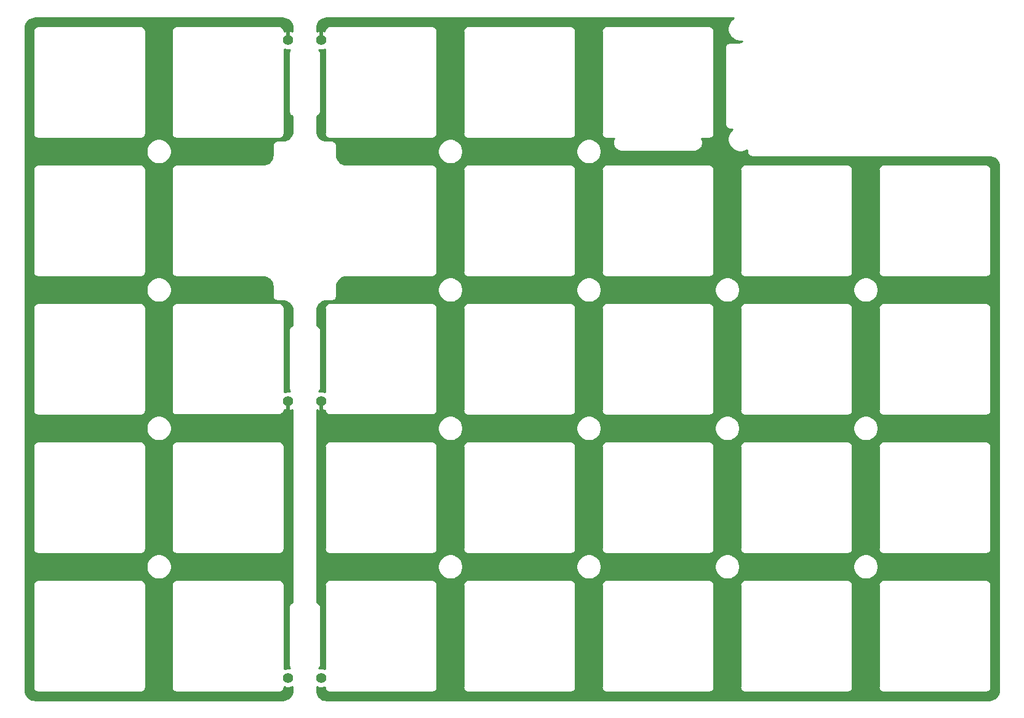
<source format=gbl>
G04 #@! TF.GenerationSoftware,KiCad,Pcbnew,(5.1.2)-2*
G04 #@! TF.CreationDate,2020-05-17T13:24:36+09:00*
G04 #@! TF.ProjectId,sekimen________(__________,73656b69-6d65-46e2-98c8-c3d7d7ecfcc8,rev?*
G04 #@! TF.SameCoordinates,Original*
G04 #@! TF.FileFunction,Copper,L2,Bot*
G04 #@! TF.FilePolarity,Positive*
%FSLAX46Y46*%
G04 Gerber Fmt 4.6, Leading zero omitted, Abs format (unit mm)*
G04 Created by KiCad (PCBNEW (5.1.2)-2) date 2020-05-17 13:24:36*
%MOMM*%
%LPD*%
G04 APERTURE LIST*
%ADD10C,1.400000*%
%ADD11C,0.500000*%
%ADD12C,0.254000*%
G04 APERTURE END LIST*
D10*
X1270000Y89480000D03*
X1270000Y39820000D03*
X1270000Y1720000D03*
X-3270000Y89480000D03*
X-3270000Y39820000D03*
X-3270000Y1720000D03*
D11*
X16884688Y73615470D02*
X16884688Y75841990D01*
X17358010Y73142148D02*
X16884688Y73615470D01*
X17358010Y57265312D02*
X17358010Y73142148D01*
X16884688Y56791990D02*
X17358010Y57265312D01*
X16884688Y53458010D02*
X16884688Y56791990D01*
X1270000Y38587302D02*
X2115312Y37741990D01*
X16884688Y75841990D02*
X17358010Y76315312D01*
X2115312Y37741990D02*
X16884688Y37741990D01*
X16884688Y37741990D02*
X17358010Y38215312D01*
X1270000Y39820000D02*
X1270000Y38587302D01*
X17358010Y38215312D02*
X17358010Y52984688D01*
X17358010Y76315312D02*
X17358010Y91084688D01*
X17358010Y52984688D02*
X16884688Y53458010D01*
X2378651Y91821349D02*
X16621349Y91821349D01*
X1270000Y90712698D02*
X2378651Y91821349D01*
X1270000Y89480000D02*
X1270000Y90712698D01*
X17358010Y91084688D02*
X16621349Y91821349D01*
X-3270000Y38637302D02*
X-3270000Y38830051D01*
X-18934688Y37741990D02*
X-4165312Y37741990D01*
X-3270000Y38830051D02*
X-3270000Y39820000D01*
X-19408010Y38215312D02*
X-18934688Y37741990D01*
X-18934688Y53458010D02*
X-19408010Y52984688D01*
X-18934688Y55784530D02*
X-18934688Y53458010D01*
X-19408010Y56257852D02*
X-18934688Y55784530D01*
X-19408010Y72034688D02*
X-19408010Y56257852D01*
X-18934688Y72508010D02*
X-19408010Y72034688D01*
X-18934688Y75841990D02*
X-18934688Y72508010D01*
X-4165312Y37741990D02*
X-3270000Y38637302D01*
X-19408010Y76315312D02*
X-18934688Y75841990D01*
X-19408010Y52984688D02*
X-19408010Y38215312D01*
X-19408010Y91084688D02*
X-19408010Y76315312D01*
X-18934688Y91558010D02*
X-19408010Y91084688D01*
X-4165312Y91558010D02*
X-18934688Y91558010D01*
X-3270000Y90662698D02*
X-4165312Y91558010D01*
X-3270000Y89480000D02*
X-3270000Y90662698D01*
D12*
G36*
X57844002Y92417663D02*
G01*
X57602337Y92175998D01*
X57412463Y91891831D01*
X57281675Y91576081D01*
X57215000Y91240883D01*
X57215000Y90899117D01*
X57281675Y90563919D01*
X57412463Y90248169D01*
X57602337Y89964002D01*
X57844002Y89722337D01*
X58128169Y89532463D01*
X58443919Y89401675D01*
X58779117Y89335000D01*
X59120883Y89335000D01*
X59180535Y89346865D01*
X59058310Y89280779D01*
X58813753Y89205076D01*
X58527602Y89175000D01*
X57563647Y89175000D01*
X57530000Y89178314D01*
X57496353Y89175000D01*
X57395717Y89165088D01*
X57266594Y89125919D01*
X57147593Y89062312D01*
X57043289Y88976711D01*
X56957688Y88872407D01*
X56894081Y88753406D01*
X56854912Y88624283D01*
X56841686Y88490000D01*
X56845000Y88456353D01*
X56845001Y77963657D01*
X56841686Y77930000D01*
X56854912Y77795717D01*
X56894081Y77666594D01*
X56957688Y77547593D01*
X57043289Y77443289D01*
X57147593Y77357688D01*
X57266594Y77294081D01*
X57395717Y77254912D01*
X57496353Y77245000D01*
X57530000Y77241686D01*
X57563647Y77245000D01*
X57884915Y77245000D01*
X57844002Y77217663D01*
X57602337Y76975998D01*
X57412463Y76691831D01*
X57281675Y76376081D01*
X57215000Y76040883D01*
X57215000Y75699117D01*
X57281675Y75363919D01*
X57412463Y75048169D01*
X57602337Y74764002D01*
X57844002Y74522337D01*
X58128169Y74332463D01*
X58443919Y74201675D01*
X58779117Y74135000D01*
X59120883Y74135000D01*
X59456081Y74201675D01*
X59771831Y74332463D01*
X59865000Y74394717D01*
X59865000Y74173647D01*
X59861686Y74140000D01*
X59874912Y74005717D01*
X59914081Y73876594D01*
X59977688Y73757593D01*
X60063289Y73653289D01*
X60157776Y73575745D01*
X60167593Y73567688D01*
X60286594Y73504081D01*
X60415717Y73464912D01*
X60550000Y73451686D01*
X60583647Y73455000D01*
X93166495Y73455000D01*
X93454782Y73426733D01*
X93699855Y73352741D01*
X93925890Y73232557D01*
X94124281Y73070752D01*
X94287460Y72873503D01*
X94409220Y72648313D01*
X94484924Y72403753D01*
X94515001Y72117592D01*
X94515000Y33505D01*
X94486733Y-254782D01*
X94412741Y-499855D01*
X94292554Y-725893D01*
X94130754Y-924279D01*
X93933503Y-1087460D01*
X93708310Y-1209221D01*
X93463753Y-1284924D01*
X93177602Y-1315000D01*
X2033505Y-1315000D01*
X1745218Y-1286733D01*
X1500145Y-1212741D01*
X1274107Y-1092554D01*
X1075721Y-930754D01*
X912540Y-733503D01*
X790779Y-508310D01*
X715076Y-263753D01*
X685000Y22398D01*
X685000Y519755D01*
X826242Y454066D01*
X1081740Y391817D01*
X1344473Y380610D01*
X1604344Y420875D01*
X1764580Y479378D01*
X1761686Y450000D01*
X1774912Y315717D01*
X1814081Y186594D01*
X1877688Y67593D01*
X1963289Y-36711D01*
X2046512Y-105011D01*
X2067593Y-122312D01*
X2186594Y-185919D01*
X2315717Y-225088D01*
X2450000Y-238314D01*
X2483647Y-235000D01*
X16516353Y-235000D01*
X16550000Y-238314D01*
X16684283Y-225088D01*
X16813406Y-185919D01*
X16932407Y-122312D01*
X17036711Y-36711D01*
X17122312Y67593D01*
X17185919Y186594D01*
X17225088Y315717D01*
X17235000Y416353D01*
X17235000Y416354D01*
X17238314Y450000D01*
X17235000Y483647D01*
X17235000Y14516353D01*
X17238314Y14550000D01*
X20811686Y14550000D01*
X20815001Y14516343D01*
X20815000Y483647D01*
X20811686Y450000D01*
X20824912Y315717D01*
X20864081Y186594D01*
X20927688Y67593D01*
X21013289Y-36711D01*
X21096512Y-105011D01*
X21117593Y-122312D01*
X21236594Y-185919D01*
X21365717Y-225088D01*
X21500000Y-238314D01*
X21533647Y-235000D01*
X35566353Y-235000D01*
X35600000Y-238314D01*
X35734283Y-225088D01*
X35863406Y-185919D01*
X35982407Y-122312D01*
X36086711Y-36711D01*
X36172312Y67593D01*
X36235919Y186594D01*
X36275088Y315717D01*
X36285000Y416353D01*
X36285000Y416354D01*
X36288314Y450000D01*
X36285000Y483647D01*
X36285000Y14516353D01*
X36288314Y14550000D01*
X39861686Y14550000D01*
X39865001Y14516343D01*
X39865000Y483647D01*
X39861686Y450000D01*
X39874912Y315717D01*
X39914081Y186594D01*
X39977688Y67593D01*
X40063289Y-36711D01*
X40146512Y-105011D01*
X40167593Y-122312D01*
X40286594Y-185919D01*
X40415717Y-225088D01*
X40550000Y-238314D01*
X40583647Y-235000D01*
X54616353Y-235000D01*
X54650000Y-238314D01*
X54784283Y-225088D01*
X54913406Y-185919D01*
X55032407Y-122312D01*
X55136711Y-36711D01*
X55222312Y67593D01*
X55285919Y186594D01*
X55325088Y315717D01*
X55335000Y416353D01*
X55335000Y416354D01*
X55338314Y450000D01*
X55335000Y483647D01*
X55335000Y14516353D01*
X55338314Y14550000D01*
X58911686Y14550000D01*
X58915001Y14516343D01*
X58915000Y483647D01*
X58911686Y450000D01*
X58924912Y315717D01*
X58964081Y186594D01*
X59027688Y67593D01*
X59113289Y-36711D01*
X59196512Y-105011D01*
X59217593Y-122312D01*
X59336594Y-185919D01*
X59465717Y-225088D01*
X59600000Y-238314D01*
X59633647Y-235000D01*
X73666353Y-235000D01*
X73700000Y-238314D01*
X73834283Y-225088D01*
X73963406Y-185919D01*
X74082407Y-122312D01*
X74186711Y-36711D01*
X74272312Y67593D01*
X74335919Y186594D01*
X74375088Y315717D01*
X74385000Y416353D01*
X74385000Y416354D01*
X74388314Y450000D01*
X74385000Y483647D01*
X74385000Y14516353D01*
X74388314Y14550000D01*
X77961686Y14550000D01*
X77965001Y14516343D01*
X77965000Y483647D01*
X77961686Y450000D01*
X77974912Y315717D01*
X78014081Y186594D01*
X78077688Y67593D01*
X78163289Y-36711D01*
X78246512Y-105011D01*
X78267593Y-122312D01*
X78386594Y-185919D01*
X78515717Y-225088D01*
X78650000Y-238314D01*
X78683647Y-235000D01*
X92716353Y-235000D01*
X92750000Y-238314D01*
X92884283Y-225088D01*
X93013406Y-185919D01*
X93132407Y-122312D01*
X93236711Y-36711D01*
X93322312Y67593D01*
X93385919Y186594D01*
X93425088Y315717D01*
X93435000Y416353D01*
X93435000Y416354D01*
X93438314Y450000D01*
X93435000Y483647D01*
X93435000Y14516353D01*
X93438314Y14550000D01*
X93425088Y14684283D01*
X93385919Y14813406D01*
X93322312Y14932407D01*
X93236711Y15036711D01*
X93132407Y15122312D01*
X93013406Y15185919D01*
X92884283Y15225088D01*
X92783647Y15235000D01*
X92750000Y15238314D01*
X92716353Y15235000D01*
X78683647Y15235000D01*
X78650000Y15238314D01*
X78616353Y15235000D01*
X78515717Y15225088D01*
X78386594Y15185919D01*
X78267593Y15122312D01*
X78163289Y15036711D01*
X78077688Y14932407D01*
X78014081Y14813406D01*
X77974912Y14684283D01*
X77961686Y14550000D01*
X74388314Y14550000D01*
X74375088Y14684283D01*
X74335919Y14813406D01*
X74272312Y14932407D01*
X74186711Y15036711D01*
X74082407Y15122312D01*
X73963406Y15185919D01*
X73834283Y15225088D01*
X73733647Y15235000D01*
X73700000Y15238314D01*
X73666353Y15235000D01*
X59633647Y15235000D01*
X59600000Y15238314D01*
X59566353Y15235000D01*
X59465717Y15225088D01*
X59336594Y15185919D01*
X59217593Y15122312D01*
X59113289Y15036711D01*
X59027688Y14932407D01*
X58964081Y14813406D01*
X58924912Y14684283D01*
X58911686Y14550000D01*
X55338314Y14550000D01*
X55325088Y14684283D01*
X55285919Y14813406D01*
X55222312Y14932407D01*
X55136711Y15036711D01*
X55032407Y15122312D01*
X54913406Y15185919D01*
X54784283Y15225088D01*
X54683647Y15235000D01*
X54650000Y15238314D01*
X54616353Y15235000D01*
X40583647Y15235000D01*
X40550000Y15238314D01*
X40516353Y15235000D01*
X40415717Y15225088D01*
X40286594Y15185919D01*
X40167593Y15122312D01*
X40063289Y15036711D01*
X39977688Y14932407D01*
X39914081Y14813406D01*
X39874912Y14684283D01*
X39861686Y14550000D01*
X36288314Y14550000D01*
X36275088Y14684283D01*
X36235919Y14813406D01*
X36172312Y14932407D01*
X36086711Y15036711D01*
X35982407Y15122312D01*
X35863406Y15185919D01*
X35734283Y15225088D01*
X35633647Y15235000D01*
X35600000Y15238314D01*
X35566353Y15235000D01*
X21533647Y15235000D01*
X21500000Y15238314D01*
X21466353Y15235000D01*
X21365717Y15225088D01*
X21236594Y15185919D01*
X21117593Y15122312D01*
X21013289Y15036711D01*
X20927688Y14932407D01*
X20864081Y14813406D01*
X20824912Y14684283D01*
X20811686Y14550000D01*
X17238314Y14550000D01*
X17225088Y14684283D01*
X17185919Y14813406D01*
X17122312Y14932407D01*
X17036711Y15036711D01*
X16932407Y15122312D01*
X16813406Y15185919D01*
X16684283Y15225088D01*
X16583647Y15235000D01*
X16550000Y15238314D01*
X16516353Y15235000D01*
X2483647Y15235000D01*
X2450000Y15238314D01*
X2416353Y15235000D01*
X2315717Y15225088D01*
X2186594Y15185919D01*
X2067593Y15122312D01*
X1963289Y15036711D01*
X1877688Y14932407D01*
X1814081Y14813406D01*
X1774912Y14684283D01*
X1761686Y14550000D01*
X1765001Y14516343D01*
X1765000Y2962102D01*
X1713758Y2985934D01*
X1458260Y3048183D01*
X1195527Y3059390D01*
X999636Y3029038D01*
X1072312Y3117593D01*
X1135919Y3236594D01*
X1175088Y3365717D01*
X1178560Y3400971D01*
X1189803Y3410197D01*
X1205597Y3429443D01*
X1217333Y3451399D01*
X1224560Y3475224D01*
X1227000Y3500000D01*
X1227000Y11500000D01*
X1224560Y11524776D01*
X1217333Y11548601D01*
X1205597Y11570557D01*
X1189803Y11589803D01*
X1178560Y11599029D01*
X1175088Y11634283D01*
X1135919Y11763406D01*
X1072312Y11882407D01*
X986711Y11986711D01*
X882407Y12072312D01*
X763406Y12135919D01*
X685000Y12159703D01*
X685000Y17220883D01*
X17315000Y17220883D01*
X17315000Y16879117D01*
X17381675Y16543919D01*
X17512463Y16228169D01*
X17702337Y15944002D01*
X17944002Y15702337D01*
X18228169Y15512463D01*
X18543919Y15381675D01*
X18879117Y15315000D01*
X19220883Y15315000D01*
X19556081Y15381675D01*
X19871831Y15512463D01*
X20155998Y15702337D01*
X20397663Y15944002D01*
X20587537Y16228169D01*
X20718325Y16543919D01*
X20785000Y16879117D01*
X20785000Y17220883D01*
X36365000Y17220883D01*
X36365000Y16879117D01*
X36431675Y16543919D01*
X36562463Y16228169D01*
X36752337Y15944002D01*
X36994002Y15702337D01*
X37278169Y15512463D01*
X37593919Y15381675D01*
X37929117Y15315000D01*
X38270883Y15315000D01*
X38606081Y15381675D01*
X38921831Y15512463D01*
X39205998Y15702337D01*
X39447663Y15944002D01*
X39637537Y16228169D01*
X39768325Y16543919D01*
X39835000Y16879117D01*
X39835000Y17220883D01*
X55415000Y17220883D01*
X55415000Y16879117D01*
X55481675Y16543919D01*
X55612463Y16228169D01*
X55802337Y15944002D01*
X56044002Y15702337D01*
X56328169Y15512463D01*
X56643919Y15381675D01*
X56979117Y15315000D01*
X57320883Y15315000D01*
X57656081Y15381675D01*
X57971831Y15512463D01*
X58255998Y15702337D01*
X58497663Y15944002D01*
X58687537Y16228169D01*
X58818325Y16543919D01*
X58885000Y16879117D01*
X58885000Y17220883D01*
X74465000Y17220883D01*
X74465000Y16879117D01*
X74531675Y16543919D01*
X74662463Y16228169D01*
X74852337Y15944002D01*
X75094002Y15702337D01*
X75378169Y15512463D01*
X75693919Y15381675D01*
X76029117Y15315000D01*
X76370883Y15315000D01*
X76706081Y15381675D01*
X77021831Y15512463D01*
X77305998Y15702337D01*
X77547663Y15944002D01*
X77737537Y16228169D01*
X77868325Y16543919D01*
X77935000Y16879117D01*
X77935000Y17220883D01*
X77868325Y17556081D01*
X77737537Y17871831D01*
X77547663Y18155998D01*
X77305998Y18397663D01*
X77021831Y18587537D01*
X76706081Y18718325D01*
X76370883Y18785000D01*
X76029117Y18785000D01*
X75693919Y18718325D01*
X75378169Y18587537D01*
X75094002Y18397663D01*
X74852337Y18155998D01*
X74662463Y17871831D01*
X74531675Y17556081D01*
X74465000Y17220883D01*
X58885000Y17220883D01*
X58818325Y17556081D01*
X58687537Y17871831D01*
X58497663Y18155998D01*
X58255998Y18397663D01*
X57971831Y18587537D01*
X57656081Y18718325D01*
X57320883Y18785000D01*
X56979117Y18785000D01*
X56643919Y18718325D01*
X56328169Y18587537D01*
X56044002Y18397663D01*
X55802337Y18155998D01*
X55612463Y17871831D01*
X55481675Y17556081D01*
X55415000Y17220883D01*
X39835000Y17220883D01*
X39768325Y17556081D01*
X39637537Y17871831D01*
X39447663Y18155998D01*
X39205998Y18397663D01*
X38921831Y18587537D01*
X38606081Y18718325D01*
X38270883Y18785000D01*
X37929117Y18785000D01*
X37593919Y18718325D01*
X37278169Y18587537D01*
X36994002Y18397663D01*
X36752337Y18155998D01*
X36562463Y17871831D01*
X36431675Y17556081D01*
X36365000Y17220883D01*
X20785000Y17220883D01*
X20718325Y17556081D01*
X20587537Y17871831D01*
X20397663Y18155998D01*
X20155998Y18397663D01*
X19871831Y18587537D01*
X19556081Y18718325D01*
X19220883Y18785000D01*
X18879117Y18785000D01*
X18543919Y18718325D01*
X18228169Y18587537D01*
X17944002Y18397663D01*
X17702337Y18155998D01*
X17512463Y17871831D01*
X17381675Y17556081D01*
X17315000Y17220883D01*
X685000Y17220883D01*
X685000Y33600000D01*
X1761686Y33600000D01*
X1765001Y33566343D01*
X1765000Y19533647D01*
X1761686Y19500000D01*
X1774912Y19365717D01*
X1814081Y19236594D01*
X1877688Y19117593D01*
X1963289Y19013289D01*
X2067593Y18927688D01*
X2186594Y18864081D01*
X2315717Y18824912D01*
X2450000Y18811686D01*
X2483647Y18815000D01*
X16516353Y18815000D01*
X16550000Y18811686D01*
X16684283Y18824912D01*
X16813406Y18864081D01*
X16932407Y18927688D01*
X17036711Y19013289D01*
X17122312Y19117593D01*
X17185919Y19236594D01*
X17225088Y19365717D01*
X17235000Y19466353D01*
X17235000Y19466354D01*
X17238314Y19500000D01*
X17235000Y19533647D01*
X17235000Y33566353D01*
X17238314Y33600000D01*
X20811686Y33600000D01*
X20815001Y33566343D01*
X20815000Y19533647D01*
X20811686Y19500000D01*
X20824912Y19365717D01*
X20864081Y19236594D01*
X20927688Y19117593D01*
X21013289Y19013289D01*
X21117593Y18927688D01*
X21236594Y18864081D01*
X21365717Y18824912D01*
X21500000Y18811686D01*
X21533647Y18815000D01*
X35566353Y18815000D01*
X35600000Y18811686D01*
X35734283Y18824912D01*
X35863406Y18864081D01*
X35982407Y18927688D01*
X36086711Y19013289D01*
X36172312Y19117593D01*
X36235919Y19236594D01*
X36275088Y19365717D01*
X36285000Y19466353D01*
X36285000Y19466354D01*
X36288314Y19500000D01*
X36285000Y19533647D01*
X36285000Y33566353D01*
X36288314Y33600000D01*
X39861686Y33600000D01*
X39865001Y33566343D01*
X39865000Y19533647D01*
X39861686Y19500000D01*
X39874912Y19365717D01*
X39914081Y19236594D01*
X39977688Y19117593D01*
X40063289Y19013289D01*
X40167593Y18927688D01*
X40286594Y18864081D01*
X40415717Y18824912D01*
X40550000Y18811686D01*
X40583647Y18815000D01*
X54616353Y18815000D01*
X54650000Y18811686D01*
X54784283Y18824912D01*
X54913406Y18864081D01*
X55032407Y18927688D01*
X55136711Y19013289D01*
X55222312Y19117593D01*
X55285919Y19236594D01*
X55325088Y19365717D01*
X55335000Y19466353D01*
X55335000Y19466354D01*
X55338314Y19500000D01*
X55335000Y19533647D01*
X55335000Y33566353D01*
X55338314Y33600000D01*
X58911686Y33600000D01*
X58915001Y33566343D01*
X58915000Y19533647D01*
X58911686Y19500000D01*
X58924912Y19365717D01*
X58964081Y19236594D01*
X59027688Y19117593D01*
X59113289Y19013289D01*
X59217593Y18927688D01*
X59336594Y18864081D01*
X59465717Y18824912D01*
X59600000Y18811686D01*
X59633647Y18815000D01*
X73666353Y18815000D01*
X73700000Y18811686D01*
X73834283Y18824912D01*
X73963406Y18864081D01*
X74082407Y18927688D01*
X74186711Y19013289D01*
X74272312Y19117593D01*
X74335919Y19236594D01*
X74375088Y19365717D01*
X74385000Y19466353D01*
X74385000Y19466354D01*
X74388314Y19500000D01*
X74385000Y19533647D01*
X74385000Y33566353D01*
X74388314Y33600000D01*
X77961686Y33600000D01*
X77965001Y33566343D01*
X77965000Y19533647D01*
X77961686Y19500000D01*
X77974912Y19365717D01*
X78014081Y19236594D01*
X78077688Y19117593D01*
X78163289Y19013289D01*
X78267593Y18927688D01*
X78386594Y18864081D01*
X78515717Y18824912D01*
X78650000Y18811686D01*
X78683647Y18815000D01*
X92716353Y18815000D01*
X92750000Y18811686D01*
X92884283Y18824912D01*
X93013406Y18864081D01*
X93132407Y18927688D01*
X93236711Y19013289D01*
X93322312Y19117593D01*
X93385919Y19236594D01*
X93425088Y19365717D01*
X93435000Y19466353D01*
X93435000Y19466354D01*
X93438314Y19500000D01*
X93435000Y19533647D01*
X93435000Y33566353D01*
X93438314Y33600000D01*
X93425088Y33734283D01*
X93385919Y33863406D01*
X93322312Y33982407D01*
X93236711Y34086711D01*
X93132407Y34172312D01*
X93013406Y34235919D01*
X92884283Y34275088D01*
X92783647Y34285000D01*
X92750000Y34288314D01*
X92716353Y34285000D01*
X78683647Y34285000D01*
X78650000Y34288314D01*
X78616353Y34285000D01*
X78515717Y34275088D01*
X78386594Y34235919D01*
X78267593Y34172312D01*
X78163289Y34086711D01*
X78077688Y33982407D01*
X78014081Y33863406D01*
X77974912Y33734283D01*
X77961686Y33600000D01*
X74388314Y33600000D01*
X74375088Y33734283D01*
X74335919Y33863406D01*
X74272312Y33982407D01*
X74186711Y34086711D01*
X74082407Y34172312D01*
X73963406Y34235919D01*
X73834283Y34275088D01*
X73733647Y34285000D01*
X73700000Y34288314D01*
X73666353Y34285000D01*
X59633647Y34285000D01*
X59600000Y34288314D01*
X59566353Y34285000D01*
X59465717Y34275088D01*
X59336594Y34235919D01*
X59217593Y34172312D01*
X59113289Y34086711D01*
X59027688Y33982407D01*
X58964081Y33863406D01*
X58924912Y33734283D01*
X58911686Y33600000D01*
X55338314Y33600000D01*
X55325088Y33734283D01*
X55285919Y33863406D01*
X55222312Y33982407D01*
X55136711Y34086711D01*
X55032407Y34172312D01*
X54913406Y34235919D01*
X54784283Y34275088D01*
X54683647Y34285000D01*
X54650000Y34288314D01*
X54616353Y34285000D01*
X40583647Y34285000D01*
X40550000Y34288314D01*
X40516353Y34285000D01*
X40415717Y34275088D01*
X40286594Y34235919D01*
X40167593Y34172312D01*
X40063289Y34086711D01*
X39977688Y33982407D01*
X39914081Y33863406D01*
X39874912Y33734283D01*
X39861686Y33600000D01*
X36288314Y33600000D01*
X36275088Y33734283D01*
X36235919Y33863406D01*
X36172312Y33982407D01*
X36086711Y34086711D01*
X35982407Y34172312D01*
X35863406Y34235919D01*
X35734283Y34275088D01*
X35633647Y34285000D01*
X35600000Y34288314D01*
X35566353Y34285000D01*
X21533647Y34285000D01*
X21500000Y34288314D01*
X21466353Y34285000D01*
X21365717Y34275088D01*
X21236594Y34235919D01*
X21117593Y34172312D01*
X21013289Y34086711D01*
X20927688Y33982407D01*
X20864081Y33863406D01*
X20824912Y33734283D01*
X20811686Y33600000D01*
X17238314Y33600000D01*
X17225088Y33734283D01*
X17185919Y33863406D01*
X17122312Y33982407D01*
X17036711Y34086711D01*
X16932407Y34172312D01*
X16813406Y34235919D01*
X16684283Y34275088D01*
X16583647Y34285000D01*
X16550000Y34288314D01*
X16516353Y34285000D01*
X2483647Y34285000D01*
X2450000Y34288314D01*
X2416353Y34285000D01*
X2315717Y34275088D01*
X2186594Y34235919D01*
X2067593Y34172312D01*
X1963289Y34086711D01*
X1877688Y33982407D01*
X1814081Y33863406D01*
X1774912Y33734283D01*
X1761686Y33600000D01*
X685000Y33600000D01*
X685000Y36270883D01*
X17315000Y36270883D01*
X17315000Y35929117D01*
X17381675Y35593919D01*
X17512463Y35278169D01*
X17702337Y34994002D01*
X17944002Y34752337D01*
X18228169Y34562463D01*
X18543919Y34431675D01*
X18879117Y34365000D01*
X19220883Y34365000D01*
X19556081Y34431675D01*
X19871831Y34562463D01*
X20155998Y34752337D01*
X20397663Y34994002D01*
X20587537Y35278169D01*
X20718325Y35593919D01*
X20785000Y35929117D01*
X20785000Y36270883D01*
X36365000Y36270883D01*
X36365000Y35929117D01*
X36431675Y35593919D01*
X36562463Y35278169D01*
X36752337Y34994002D01*
X36994002Y34752337D01*
X37278169Y34562463D01*
X37593919Y34431675D01*
X37929117Y34365000D01*
X38270883Y34365000D01*
X38606081Y34431675D01*
X38921831Y34562463D01*
X39205998Y34752337D01*
X39447663Y34994002D01*
X39637537Y35278169D01*
X39768325Y35593919D01*
X39835000Y35929117D01*
X39835000Y36270883D01*
X55415000Y36270883D01*
X55415000Y35929117D01*
X55481675Y35593919D01*
X55612463Y35278169D01*
X55802337Y34994002D01*
X56044002Y34752337D01*
X56328169Y34562463D01*
X56643919Y34431675D01*
X56979117Y34365000D01*
X57320883Y34365000D01*
X57656081Y34431675D01*
X57971831Y34562463D01*
X58255998Y34752337D01*
X58497663Y34994002D01*
X58687537Y35278169D01*
X58818325Y35593919D01*
X58885000Y35929117D01*
X58885000Y36270883D01*
X74465000Y36270883D01*
X74465000Y35929117D01*
X74531675Y35593919D01*
X74662463Y35278169D01*
X74852337Y34994002D01*
X75094002Y34752337D01*
X75378169Y34562463D01*
X75693919Y34431675D01*
X76029117Y34365000D01*
X76370883Y34365000D01*
X76706081Y34431675D01*
X77021831Y34562463D01*
X77305998Y34752337D01*
X77547663Y34994002D01*
X77737537Y35278169D01*
X77868325Y35593919D01*
X77935000Y35929117D01*
X77935000Y36270883D01*
X77868325Y36606081D01*
X77737537Y36921831D01*
X77547663Y37205998D01*
X77305998Y37447663D01*
X77021831Y37637537D01*
X76706081Y37768325D01*
X76370883Y37835000D01*
X76029117Y37835000D01*
X75693919Y37768325D01*
X75378169Y37637537D01*
X75094002Y37447663D01*
X74852337Y37205998D01*
X74662463Y36921831D01*
X74531675Y36606081D01*
X74465000Y36270883D01*
X58885000Y36270883D01*
X58818325Y36606081D01*
X58687537Y36921831D01*
X58497663Y37205998D01*
X58255998Y37447663D01*
X57971831Y37637537D01*
X57656081Y37768325D01*
X57320883Y37835000D01*
X56979117Y37835000D01*
X56643919Y37768325D01*
X56328169Y37637537D01*
X56044002Y37447663D01*
X55802337Y37205998D01*
X55612463Y36921831D01*
X55481675Y36606081D01*
X55415000Y36270883D01*
X39835000Y36270883D01*
X39768325Y36606081D01*
X39637537Y36921831D01*
X39447663Y37205998D01*
X39205998Y37447663D01*
X38921831Y37637537D01*
X38606081Y37768325D01*
X38270883Y37835000D01*
X37929117Y37835000D01*
X37593919Y37768325D01*
X37278169Y37637537D01*
X36994002Y37447663D01*
X36752337Y37205998D01*
X36562463Y36921831D01*
X36431675Y36606081D01*
X36365000Y36270883D01*
X20785000Y36270883D01*
X20718325Y36606081D01*
X20587537Y36921831D01*
X20397663Y37205998D01*
X20155998Y37447663D01*
X19871831Y37637537D01*
X19556081Y37768325D01*
X19220883Y37835000D01*
X18879117Y37835000D01*
X18543919Y37768325D01*
X18228169Y37637537D01*
X17944002Y37447663D01*
X17702337Y37205998D01*
X17512463Y36921831D01*
X17381675Y36606081D01*
X17315000Y36270883D01*
X685000Y36270883D01*
X685000Y38619755D01*
X826242Y38554066D01*
X1081740Y38491817D01*
X1344473Y38480610D01*
X1604344Y38520875D01*
X1764580Y38579378D01*
X1761686Y38550000D01*
X1774912Y38415717D01*
X1814081Y38286594D01*
X1877688Y38167593D01*
X1963289Y38063289D01*
X2067593Y37977688D01*
X2186594Y37914081D01*
X2315717Y37874912D01*
X2450000Y37861686D01*
X2483647Y37865000D01*
X16516353Y37865000D01*
X16550000Y37861686D01*
X16684283Y37874912D01*
X16813406Y37914081D01*
X16932407Y37977688D01*
X17036711Y38063289D01*
X17122312Y38167593D01*
X17185919Y38286594D01*
X17225088Y38415717D01*
X17235000Y38516353D01*
X17235000Y38516354D01*
X17238314Y38550000D01*
X17235000Y38583647D01*
X17235000Y52616353D01*
X17238314Y52650000D01*
X20811686Y52650000D01*
X20815001Y52616343D01*
X20815000Y38583647D01*
X20811686Y38550000D01*
X20824912Y38415717D01*
X20864081Y38286594D01*
X20927688Y38167593D01*
X21013289Y38063289D01*
X21117593Y37977688D01*
X21236594Y37914081D01*
X21365717Y37874912D01*
X21500000Y37861686D01*
X21533647Y37865000D01*
X35566353Y37865000D01*
X35600000Y37861686D01*
X35734283Y37874912D01*
X35863406Y37914081D01*
X35982407Y37977688D01*
X36086711Y38063289D01*
X36172312Y38167593D01*
X36235919Y38286594D01*
X36275088Y38415717D01*
X36285000Y38516353D01*
X36285000Y38516354D01*
X36288314Y38550000D01*
X36285000Y38583647D01*
X36285000Y52616353D01*
X36288314Y52650000D01*
X39861686Y52650000D01*
X39865001Y52616343D01*
X39865000Y38583647D01*
X39861686Y38550000D01*
X39874912Y38415717D01*
X39914081Y38286594D01*
X39977688Y38167593D01*
X40063289Y38063289D01*
X40167593Y37977688D01*
X40286594Y37914081D01*
X40415717Y37874912D01*
X40550000Y37861686D01*
X40583647Y37865000D01*
X54616353Y37865000D01*
X54650000Y37861686D01*
X54784283Y37874912D01*
X54913406Y37914081D01*
X55032407Y37977688D01*
X55136711Y38063289D01*
X55222312Y38167593D01*
X55285919Y38286594D01*
X55325088Y38415717D01*
X55335000Y38516353D01*
X55335000Y38516354D01*
X55338314Y38550000D01*
X55335000Y38583647D01*
X55335000Y52616353D01*
X55338314Y52650000D01*
X58911686Y52650000D01*
X58915001Y52616343D01*
X58915000Y38583647D01*
X58911686Y38550000D01*
X58924912Y38415717D01*
X58964081Y38286594D01*
X59027688Y38167593D01*
X59113289Y38063289D01*
X59217593Y37977688D01*
X59336594Y37914081D01*
X59465717Y37874912D01*
X59600000Y37861686D01*
X59633647Y37865000D01*
X73666353Y37865000D01*
X73700000Y37861686D01*
X73834283Y37874912D01*
X73963406Y37914081D01*
X74082407Y37977688D01*
X74186711Y38063289D01*
X74272312Y38167593D01*
X74335919Y38286594D01*
X74375088Y38415717D01*
X74385000Y38516353D01*
X74385000Y38516354D01*
X74388314Y38550000D01*
X74385000Y38583647D01*
X74385000Y52616353D01*
X74388314Y52650000D01*
X77961686Y52650000D01*
X77965001Y52616343D01*
X77965000Y38583647D01*
X77961686Y38550000D01*
X77974912Y38415717D01*
X78014081Y38286594D01*
X78077688Y38167593D01*
X78163289Y38063289D01*
X78267593Y37977688D01*
X78386594Y37914081D01*
X78515717Y37874912D01*
X78650000Y37861686D01*
X78683647Y37865000D01*
X92716353Y37865000D01*
X92750000Y37861686D01*
X92884283Y37874912D01*
X93013406Y37914081D01*
X93132407Y37977688D01*
X93236711Y38063289D01*
X93322312Y38167593D01*
X93385919Y38286594D01*
X93425088Y38415717D01*
X93435000Y38516353D01*
X93435000Y38516354D01*
X93438314Y38550000D01*
X93435000Y38583647D01*
X93435000Y52616353D01*
X93438314Y52650000D01*
X93425088Y52784283D01*
X93385919Y52913406D01*
X93322312Y53032407D01*
X93236711Y53136711D01*
X93132407Y53222312D01*
X93013406Y53285919D01*
X92884283Y53325088D01*
X92783647Y53335000D01*
X92750000Y53338314D01*
X92716353Y53335000D01*
X78683647Y53335000D01*
X78650000Y53338314D01*
X78616353Y53335000D01*
X78515717Y53325088D01*
X78386594Y53285919D01*
X78267593Y53222312D01*
X78163289Y53136711D01*
X78077688Y53032407D01*
X78014081Y52913406D01*
X77974912Y52784283D01*
X77961686Y52650000D01*
X74388314Y52650000D01*
X74375088Y52784283D01*
X74335919Y52913406D01*
X74272312Y53032407D01*
X74186711Y53136711D01*
X74082407Y53222312D01*
X73963406Y53285919D01*
X73834283Y53325088D01*
X73733647Y53335000D01*
X73700000Y53338314D01*
X73666353Y53335000D01*
X59633647Y53335000D01*
X59600000Y53338314D01*
X59566353Y53335000D01*
X59465717Y53325088D01*
X59336594Y53285919D01*
X59217593Y53222312D01*
X59113289Y53136711D01*
X59027688Y53032407D01*
X58964081Y52913406D01*
X58924912Y52784283D01*
X58911686Y52650000D01*
X55338314Y52650000D01*
X55325088Y52784283D01*
X55285919Y52913406D01*
X55222312Y53032407D01*
X55136711Y53136711D01*
X55032407Y53222312D01*
X54913406Y53285919D01*
X54784283Y53325088D01*
X54683647Y53335000D01*
X54650000Y53338314D01*
X54616353Y53335000D01*
X40583647Y53335000D01*
X40550000Y53338314D01*
X40516353Y53335000D01*
X40415717Y53325088D01*
X40286594Y53285919D01*
X40167593Y53222312D01*
X40063289Y53136711D01*
X39977688Y53032407D01*
X39914081Y52913406D01*
X39874912Y52784283D01*
X39861686Y52650000D01*
X36288314Y52650000D01*
X36275088Y52784283D01*
X36235919Y52913406D01*
X36172312Y53032407D01*
X36086711Y53136711D01*
X35982407Y53222312D01*
X35863406Y53285919D01*
X35734283Y53325088D01*
X35633647Y53335000D01*
X35600000Y53338314D01*
X35566353Y53335000D01*
X21533647Y53335000D01*
X21500000Y53338314D01*
X21466353Y53335000D01*
X21365717Y53325088D01*
X21236594Y53285919D01*
X21117593Y53222312D01*
X21013289Y53136711D01*
X20927688Y53032407D01*
X20864081Y52913406D01*
X20824912Y52784283D01*
X20811686Y52650000D01*
X17238314Y52650000D01*
X17225088Y52784283D01*
X17185919Y52913406D01*
X17122312Y53032407D01*
X17036711Y53136711D01*
X16932407Y53222312D01*
X16813406Y53285919D01*
X16684283Y53325088D01*
X16583647Y53335000D01*
X16550000Y53338314D01*
X16516353Y53335000D01*
X2483647Y53335000D01*
X2450000Y53338314D01*
X2416353Y53335000D01*
X2315717Y53325088D01*
X2186594Y53285919D01*
X2067593Y53222312D01*
X1963289Y53136711D01*
X1877688Y53032407D01*
X1814081Y52913406D01*
X1774912Y52784283D01*
X1761686Y52650000D01*
X1765001Y52616343D01*
X1765000Y41062102D01*
X1713758Y41085934D01*
X1458260Y41148183D01*
X1195527Y41159390D01*
X999636Y41129038D01*
X1072312Y41217593D01*
X1135919Y41336594D01*
X1175088Y41465717D01*
X1178560Y41500971D01*
X1189803Y41510197D01*
X1205597Y41529443D01*
X1217333Y41551399D01*
X1224560Y41575224D01*
X1227000Y41600000D01*
X1227000Y49600000D01*
X1224560Y49624776D01*
X1217333Y49648601D01*
X1205597Y49670557D01*
X1189803Y49689803D01*
X1178560Y49699029D01*
X1175088Y49734283D01*
X1135919Y49863406D01*
X1072312Y49982407D01*
X986711Y50086711D01*
X882407Y50172312D01*
X763406Y50235919D01*
X685000Y50259703D01*
X685000Y52266495D01*
X713267Y52554782D01*
X787259Y52799855D01*
X907443Y53025890D01*
X1069248Y53224281D01*
X1266497Y53387460D01*
X1491687Y53509220D01*
X1736247Y53584924D01*
X2022398Y53615000D01*
X2691353Y53615000D01*
X2725000Y53611686D01*
X2796254Y53618704D01*
X2859283Y53624912D01*
X2988406Y53664081D01*
X3107407Y53727688D01*
X3211711Y53813289D01*
X3297312Y53917593D01*
X3360919Y54036594D01*
X3400088Y54165717D01*
X3413314Y54300000D01*
X3410000Y54333647D01*
X3410000Y55320883D01*
X17315000Y55320883D01*
X17315000Y54979117D01*
X17381675Y54643919D01*
X17512463Y54328169D01*
X17702337Y54044002D01*
X17944002Y53802337D01*
X18228169Y53612463D01*
X18543919Y53481675D01*
X18879117Y53415000D01*
X19220883Y53415000D01*
X19556081Y53481675D01*
X19871831Y53612463D01*
X20155998Y53802337D01*
X20397663Y54044002D01*
X20587537Y54328169D01*
X20718325Y54643919D01*
X20785000Y54979117D01*
X20785000Y55320883D01*
X36365000Y55320883D01*
X36365000Y54979117D01*
X36431675Y54643919D01*
X36562463Y54328169D01*
X36752337Y54044002D01*
X36994002Y53802337D01*
X37278169Y53612463D01*
X37593919Y53481675D01*
X37929117Y53415000D01*
X38270883Y53415000D01*
X38606081Y53481675D01*
X38921831Y53612463D01*
X39205998Y53802337D01*
X39447663Y54044002D01*
X39637537Y54328169D01*
X39768325Y54643919D01*
X39835000Y54979117D01*
X39835000Y55320883D01*
X55415000Y55320883D01*
X55415000Y54979117D01*
X55481675Y54643919D01*
X55612463Y54328169D01*
X55802337Y54044002D01*
X56044002Y53802337D01*
X56328169Y53612463D01*
X56643919Y53481675D01*
X56979117Y53415000D01*
X57320883Y53415000D01*
X57656081Y53481675D01*
X57971831Y53612463D01*
X58255998Y53802337D01*
X58497663Y54044002D01*
X58687537Y54328169D01*
X58818325Y54643919D01*
X58885000Y54979117D01*
X58885000Y55320883D01*
X74465000Y55320883D01*
X74465000Y54979117D01*
X74531675Y54643919D01*
X74662463Y54328169D01*
X74852337Y54044002D01*
X75094002Y53802337D01*
X75378169Y53612463D01*
X75693919Y53481675D01*
X76029117Y53415000D01*
X76370883Y53415000D01*
X76706081Y53481675D01*
X77021831Y53612463D01*
X77305998Y53802337D01*
X77547663Y54044002D01*
X77737537Y54328169D01*
X77868325Y54643919D01*
X77935000Y54979117D01*
X77935000Y55320883D01*
X77868325Y55656081D01*
X77737537Y55971831D01*
X77547663Y56255998D01*
X77305998Y56497663D01*
X77021831Y56687537D01*
X76706081Y56818325D01*
X76370883Y56885000D01*
X76029117Y56885000D01*
X75693919Y56818325D01*
X75378169Y56687537D01*
X75094002Y56497663D01*
X74852337Y56255998D01*
X74662463Y55971831D01*
X74531675Y55656081D01*
X74465000Y55320883D01*
X58885000Y55320883D01*
X58818325Y55656081D01*
X58687537Y55971831D01*
X58497663Y56255998D01*
X58255998Y56497663D01*
X57971831Y56687537D01*
X57656081Y56818325D01*
X57320883Y56885000D01*
X56979117Y56885000D01*
X56643919Y56818325D01*
X56328169Y56687537D01*
X56044002Y56497663D01*
X55802337Y56255998D01*
X55612463Y55971831D01*
X55481675Y55656081D01*
X55415000Y55320883D01*
X39835000Y55320883D01*
X39768325Y55656081D01*
X39637537Y55971831D01*
X39447663Y56255998D01*
X39205998Y56497663D01*
X38921831Y56687537D01*
X38606081Y56818325D01*
X38270883Y56885000D01*
X37929117Y56885000D01*
X37593919Y56818325D01*
X37278169Y56687537D01*
X36994002Y56497663D01*
X36752337Y56255998D01*
X36562463Y55971831D01*
X36431675Y55656081D01*
X36365000Y55320883D01*
X20785000Y55320883D01*
X20718325Y55656081D01*
X20587537Y55971831D01*
X20397663Y56255998D01*
X20155998Y56497663D01*
X19871831Y56687537D01*
X19556081Y56818325D01*
X19220883Y56885000D01*
X18879117Y56885000D01*
X18543919Y56818325D01*
X18228169Y56687537D01*
X17944002Y56497663D01*
X17702337Y56255998D01*
X17512463Y55971831D01*
X17381675Y55656081D01*
X17315000Y55320883D01*
X3410000Y55320883D01*
X3410000Y55566495D01*
X3438267Y55854782D01*
X3512259Y56099855D01*
X3632443Y56325890D01*
X3794248Y56524281D01*
X3991497Y56687460D01*
X4216687Y56809220D01*
X4461247Y56884924D01*
X4747398Y56915000D01*
X16516353Y56915000D01*
X16550000Y56911686D01*
X16621254Y56918704D01*
X16684283Y56924912D01*
X16813406Y56964081D01*
X16932407Y57027688D01*
X17036711Y57113289D01*
X17122312Y57217593D01*
X17185919Y57336594D01*
X17225088Y57465717D01*
X17238314Y57600000D01*
X17235000Y57633647D01*
X17235000Y71666353D01*
X17238314Y71700000D01*
X20811686Y71700000D01*
X20815001Y71666343D01*
X20815000Y57633647D01*
X20811686Y57600000D01*
X20824912Y57465717D01*
X20864081Y57336594D01*
X20927688Y57217593D01*
X21013289Y57113289D01*
X21117593Y57027688D01*
X21236594Y56964081D01*
X21365717Y56924912D01*
X21428747Y56918704D01*
X21500000Y56911686D01*
X21533647Y56915000D01*
X35566353Y56915000D01*
X35600000Y56911686D01*
X35671254Y56918704D01*
X35734283Y56924912D01*
X35863406Y56964081D01*
X35982407Y57027688D01*
X36086711Y57113289D01*
X36172312Y57217593D01*
X36235919Y57336594D01*
X36275088Y57465717D01*
X36288314Y57600000D01*
X36285000Y57633647D01*
X36285000Y71666353D01*
X36288314Y71700000D01*
X39861686Y71700000D01*
X39865001Y71666343D01*
X39865000Y57633647D01*
X39861686Y57600000D01*
X39874912Y57465717D01*
X39914081Y57336594D01*
X39977688Y57217593D01*
X40063289Y57113289D01*
X40167593Y57027688D01*
X40286594Y56964081D01*
X40415717Y56924912D01*
X40478747Y56918704D01*
X40550000Y56911686D01*
X40583647Y56915000D01*
X54616353Y56915000D01*
X54650000Y56911686D01*
X54721254Y56918704D01*
X54784283Y56924912D01*
X54913406Y56964081D01*
X55032407Y57027688D01*
X55136711Y57113289D01*
X55222312Y57217593D01*
X55285919Y57336594D01*
X55325088Y57465717D01*
X55338314Y57600000D01*
X55335000Y57633647D01*
X55335000Y71666353D01*
X55338314Y71700000D01*
X58911686Y71700000D01*
X58915001Y71666343D01*
X58915000Y57633647D01*
X58911686Y57600000D01*
X58924912Y57465717D01*
X58964081Y57336594D01*
X59027688Y57217593D01*
X59113289Y57113289D01*
X59217593Y57027688D01*
X59336594Y56964081D01*
X59465717Y56924912D01*
X59528747Y56918704D01*
X59600000Y56911686D01*
X59633647Y56915000D01*
X73666353Y56915000D01*
X73700000Y56911686D01*
X73771254Y56918704D01*
X73834283Y56924912D01*
X73963406Y56964081D01*
X74082407Y57027688D01*
X74186711Y57113289D01*
X74272312Y57217593D01*
X74335919Y57336594D01*
X74375088Y57465717D01*
X74388314Y57600000D01*
X74385000Y57633647D01*
X74385000Y71666353D01*
X74388314Y71700000D01*
X77961686Y71700000D01*
X77965001Y71666343D01*
X77965000Y57633647D01*
X77961686Y57600000D01*
X77974912Y57465717D01*
X78014081Y57336594D01*
X78077688Y57217593D01*
X78163289Y57113289D01*
X78267593Y57027688D01*
X78386594Y56964081D01*
X78515717Y56924912D01*
X78578747Y56918704D01*
X78650000Y56911686D01*
X78683647Y56915000D01*
X92716353Y56915000D01*
X92750000Y56911686D01*
X92821254Y56918704D01*
X92884283Y56924912D01*
X93013406Y56964081D01*
X93132407Y57027688D01*
X93236711Y57113289D01*
X93322312Y57217593D01*
X93385919Y57336594D01*
X93425088Y57465717D01*
X93438314Y57600000D01*
X93435000Y57633647D01*
X93435000Y71666353D01*
X93438314Y71700000D01*
X93425088Y71834283D01*
X93385919Y71963406D01*
X93322312Y72082407D01*
X93236711Y72186711D01*
X93132407Y72272312D01*
X93013406Y72335919D01*
X92884283Y72375088D01*
X92783647Y72385000D01*
X92750000Y72388314D01*
X92716353Y72385000D01*
X78683647Y72385000D01*
X78650000Y72388314D01*
X78616353Y72385000D01*
X78515717Y72375088D01*
X78386594Y72335919D01*
X78267593Y72272312D01*
X78163289Y72186711D01*
X78077688Y72082407D01*
X78014081Y71963406D01*
X77974912Y71834283D01*
X77961686Y71700000D01*
X74388314Y71700000D01*
X74375088Y71834283D01*
X74335919Y71963406D01*
X74272312Y72082407D01*
X74186711Y72186711D01*
X74082407Y72272312D01*
X73963406Y72335919D01*
X73834283Y72375088D01*
X73733647Y72385000D01*
X73700000Y72388314D01*
X73666353Y72385000D01*
X59633647Y72385000D01*
X59600000Y72388314D01*
X59566353Y72385000D01*
X59465717Y72375088D01*
X59336594Y72335919D01*
X59217593Y72272312D01*
X59113289Y72186711D01*
X59027688Y72082407D01*
X58964081Y71963406D01*
X58924912Y71834283D01*
X58911686Y71700000D01*
X55338314Y71700000D01*
X55325088Y71834283D01*
X55285919Y71963406D01*
X55222312Y72082407D01*
X55136711Y72186711D01*
X55032407Y72272312D01*
X54913406Y72335919D01*
X54784283Y72375088D01*
X54683647Y72385000D01*
X54650000Y72388314D01*
X54616353Y72385000D01*
X40583647Y72385000D01*
X40550000Y72388314D01*
X40516353Y72385000D01*
X40415717Y72375088D01*
X40286594Y72335919D01*
X40167593Y72272312D01*
X40063289Y72186711D01*
X39977688Y72082407D01*
X39914081Y71963406D01*
X39874912Y71834283D01*
X39861686Y71700000D01*
X36288314Y71700000D01*
X36275088Y71834283D01*
X36235919Y71963406D01*
X36172312Y72082407D01*
X36086711Y72186711D01*
X35982407Y72272312D01*
X35863406Y72335919D01*
X35734283Y72375088D01*
X35633647Y72385000D01*
X35600000Y72388314D01*
X35566353Y72385000D01*
X21533647Y72385000D01*
X21500000Y72388314D01*
X21466353Y72385000D01*
X21365717Y72375088D01*
X21236594Y72335919D01*
X21117593Y72272312D01*
X21013289Y72186711D01*
X20927688Y72082407D01*
X20864081Y71963406D01*
X20824912Y71834283D01*
X20811686Y71700000D01*
X17238314Y71700000D01*
X17225088Y71834283D01*
X17185919Y71963406D01*
X17122312Y72082407D01*
X17036711Y72186711D01*
X16932407Y72272312D01*
X16813406Y72335919D01*
X16684283Y72375088D01*
X16583647Y72385000D01*
X16550000Y72388314D01*
X16516353Y72385000D01*
X4758505Y72385000D01*
X4470218Y72413267D01*
X4225145Y72487259D01*
X3999107Y72607446D01*
X3800721Y72769246D01*
X3637540Y72966497D01*
X3515779Y73191690D01*
X3440076Y73436247D01*
X3410000Y73722398D01*
X3410000Y74370883D01*
X17315000Y74370883D01*
X17315000Y74029117D01*
X17381675Y73693919D01*
X17512463Y73378169D01*
X17702337Y73094002D01*
X17944002Y72852337D01*
X18228169Y72662463D01*
X18543919Y72531675D01*
X18879117Y72465000D01*
X19220883Y72465000D01*
X19556081Y72531675D01*
X19871831Y72662463D01*
X20155998Y72852337D01*
X20397663Y73094002D01*
X20587537Y73378169D01*
X20718325Y73693919D01*
X20785000Y74029117D01*
X20785000Y74370883D01*
X36365000Y74370883D01*
X36365000Y74029117D01*
X36431675Y73693919D01*
X36562463Y73378169D01*
X36752337Y73094002D01*
X36994002Y72852337D01*
X37278169Y72662463D01*
X37593919Y72531675D01*
X37929117Y72465000D01*
X38270883Y72465000D01*
X38606081Y72531675D01*
X38921831Y72662463D01*
X39205998Y72852337D01*
X39447663Y73094002D01*
X39637537Y73378169D01*
X39768325Y73693919D01*
X39835000Y74029117D01*
X39835000Y74370883D01*
X39768325Y74706081D01*
X39637537Y75021831D01*
X39447663Y75305998D01*
X39205998Y75547663D01*
X38921831Y75737537D01*
X38606081Y75868325D01*
X38270883Y75935000D01*
X37929117Y75935000D01*
X37593919Y75868325D01*
X37278169Y75737537D01*
X36994002Y75547663D01*
X36752337Y75305998D01*
X36562463Y75021831D01*
X36431675Y74706081D01*
X36365000Y74370883D01*
X20785000Y74370883D01*
X20718325Y74706081D01*
X20587537Y75021831D01*
X20397663Y75305998D01*
X20155998Y75547663D01*
X19871831Y75737537D01*
X19556081Y75868325D01*
X19220883Y75935000D01*
X18879117Y75935000D01*
X18543919Y75868325D01*
X18228169Y75737537D01*
X17944002Y75547663D01*
X17702337Y75305998D01*
X17512463Y75021831D01*
X17381675Y74706081D01*
X17315000Y74370883D01*
X3410000Y74370883D01*
X3410000Y74966353D01*
X3413314Y75000000D01*
X3400088Y75134283D01*
X3360919Y75263406D01*
X3297312Y75382407D01*
X3211711Y75486711D01*
X3107407Y75572312D01*
X2988406Y75635919D01*
X2859283Y75675088D01*
X2758647Y75685000D01*
X2725000Y75688314D01*
X2691353Y75685000D01*
X2033505Y75685000D01*
X1745218Y75713267D01*
X1500145Y75787259D01*
X1274107Y75907446D01*
X1075721Y76069246D01*
X912540Y76266497D01*
X790779Y76491690D01*
X715076Y76736247D01*
X685000Y77022398D01*
X685000Y79040297D01*
X763406Y79064081D01*
X882407Y79127688D01*
X986711Y79213289D01*
X1072312Y79317593D01*
X1135919Y79436594D01*
X1175088Y79565717D01*
X1178560Y79600971D01*
X1189803Y79610197D01*
X1205597Y79629443D01*
X1217333Y79651399D01*
X1224560Y79675224D01*
X1227000Y79700000D01*
X1227000Y87700000D01*
X1224560Y87724776D01*
X1217333Y87748601D01*
X1205597Y87770557D01*
X1189803Y87789803D01*
X1178560Y87799029D01*
X1175088Y87834283D01*
X1135919Y87963406D01*
X1072312Y88082407D01*
X998755Y88172035D01*
X1081740Y88151817D01*
X1344473Y88140610D01*
X1604344Y88180875D01*
X1765001Y88239532D01*
X1765000Y76683647D01*
X1761686Y76650000D01*
X1774912Y76515717D01*
X1814081Y76386594D01*
X1877688Y76267593D01*
X1963289Y76163289D01*
X2042676Y76098137D01*
X2067593Y76077688D01*
X2186594Y76014081D01*
X2315717Y75974912D01*
X2450000Y75961686D01*
X2483647Y75965000D01*
X16516353Y75965000D01*
X16550000Y75961686D01*
X16684283Y75974912D01*
X16813406Y76014081D01*
X16932407Y76077688D01*
X17036711Y76163289D01*
X17122312Y76267593D01*
X17185919Y76386594D01*
X17225088Y76515717D01*
X17235000Y76616353D01*
X17235000Y76616354D01*
X17238314Y76650000D01*
X17235000Y76683647D01*
X17235000Y90716353D01*
X17238314Y90750000D01*
X20811686Y90750000D01*
X20815001Y90716343D01*
X20815000Y76683647D01*
X20811686Y76650000D01*
X20824912Y76515717D01*
X20864081Y76386594D01*
X20927688Y76267593D01*
X21013289Y76163289D01*
X21092676Y76098137D01*
X21117593Y76077688D01*
X21236594Y76014081D01*
X21365717Y75974912D01*
X21500000Y75961686D01*
X21533647Y75965000D01*
X35566353Y75965000D01*
X35600000Y75961686D01*
X35734283Y75974912D01*
X35863406Y76014081D01*
X35982407Y76077688D01*
X36086711Y76163289D01*
X36172312Y76267593D01*
X36235919Y76386594D01*
X36275088Y76515717D01*
X36285000Y76616353D01*
X36285000Y76616354D01*
X36288314Y76650000D01*
X36285000Y76683647D01*
X36285000Y90716353D01*
X36288314Y90750000D01*
X39861686Y90750000D01*
X39865001Y90716343D01*
X39865000Y76683647D01*
X39861686Y76650000D01*
X39874912Y76515717D01*
X39914081Y76386594D01*
X39977688Y76267593D01*
X40063289Y76163289D01*
X40142676Y76098137D01*
X40167593Y76077688D01*
X40286594Y76014081D01*
X40415717Y75974912D01*
X40550000Y75961686D01*
X40583647Y75965000D01*
X41571359Y75965000D01*
X41529358Y75884660D01*
X41506113Y75827125D01*
X41482043Y75769866D01*
X41479279Y75760710D01*
X41451727Y75667098D01*
X41440094Y75606115D01*
X41427609Y75545292D01*
X41426675Y75535773D01*
X41417831Y75438591D01*
X41418265Y75376509D01*
X41417831Y75314427D01*
X41418764Y75304908D01*
X41428964Y75207860D01*
X41441455Y75147010D01*
X41453082Y75086058D01*
X41455845Y75076904D01*
X41455847Y75076898D01*
X41484702Y74983683D01*
X41508754Y74926467D01*
X41532020Y74868881D01*
X41536510Y74860436D01*
X41582923Y74774599D01*
X41617638Y74723133D01*
X41651636Y74671179D01*
X41657680Y74663768D01*
X41719882Y74588579D01*
X41763930Y74544838D01*
X41807369Y74500478D01*
X41814739Y74494382D01*
X41814744Y74494377D01*
X41814750Y74494373D01*
X41890360Y74432706D01*
X41942041Y74398368D01*
X41993306Y74363267D01*
X42001719Y74358718D01*
X42087880Y74312906D01*
X42145296Y74289242D01*
X42202339Y74264792D01*
X42211475Y74261964D01*
X42304893Y74233759D01*
X42365813Y74221697D01*
X42426530Y74208791D01*
X42436042Y74207791D01*
X42533159Y74198269D01*
X42533163Y74198269D01*
X42566353Y74195000D01*
X52633647Y74195000D01*
X52667335Y74198318D01*
X52673822Y74198318D01*
X52683334Y74199318D01*
X52725461Y74204043D01*
X52734283Y74204912D01*
X52734914Y74205103D01*
X52780309Y74210195D01*
X52841005Y74223096D01*
X52901942Y74235162D01*
X52911079Y74237990D01*
X53004094Y74267496D01*
X53061195Y74291970D01*
X53118558Y74315613D01*
X53126971Y74320161D01*
X53212484Y74367172D01*
X53263699Y74402240D01*
X53315427Y74436608D01*
X53322789Y74442700D01*
X53322793Y74442702D01*
X53322796Y74442705D01*
X53397548Y74505430D01*
X53440985Y74549787D01*
X53485037Y74593532D01*
X53491082Y74600943D01*
X53552228Y74676993D01*
X53586236Y74728963D01*
X53620941Y74780416D01*
X53625432Y74788861D01*
X53670642Y74875340D01*
X53693894Y74932892D01*
X53717957Y74990134D01*
X53720721Y74999290D01*
X53748273Y75092902D01*
X53759908Y75153893D01*
X53772391Y75214709D01*
X53773325Y75224227D01*
X53782169Y75321410D01*
X53781735Y75383491D01*
X53782169Y75445573D01*
X53781236Y75455091D01*
X53771036Y75552140D01*
X53758547Y75612983D01*
X53746918Y75673942D01*
X53744154Y75683098D01*
X53715298Y75776317D01*
X53691232Y75833566D01*
X53667979Y75891119D01*
X53663489Y75899564D01*
X53628108Y75965000D01*
X54616353Y75965000D01*
X54650000Y75961686D01*
X54784283Y75974912D01*
X54913406Y76014081D01*
X55032407Y76077688D01*
X55136711Y76163289D01*
X55222312Y76267593D01*
X55285919Y76386594D01*
X55325088Y76515717D01*
X55335000Y76616353D01*
X55335000Y76616354D01*
X55338314Y76650000D01*
X55335000Y76683647D01*
X55335000Y90716353D01*
X55338314Y90750000D01*
X55331914Y90814984D01*
X55325088Y90884283D01*
X55285919Y91013406D01*
X55222312Y91132407D01*
X55203337Y91155528D01*
X55136711Y91236711D01*
X55032407Y91322312D01*
X54913406Y91385919D01*
X54784283Y91425088D01*
X54683647Y91435000D01*
X54650000Y91438314D01*
X54616353Y91435000D01*
X40583647Y91435000D01*
X40550000Y91438314D01*
X40516353Y91435000D01*
X40415717Y91425088D01*
X40286594Y91385919D01*
X40167593Y91322312D01*
X40063289Y91236711D01*
X39977688Y91132407D01*
X39914081Y91013406D01*
X39874912Y90884283D01*
X39861686Y90750000D01*
X36288314Y90750000D01*
X36281914Y90814984D01*
X36275088Y90884283D01*
X36235919Y91013406D01*
X36172312Y91132407D01*
X36153337Y91155528D01*
X36086711Y91236711D01*
X35982407Y91322312D01*
X35863406Y91385919D01*
X35734283Y91425088D01*
X35633647Y91435000D01*
X35600000Y91438314D01*
X35566353Y91435000D01*
X21533647Y91435000D01*
X21500000Y91438314D01*
X21466353Y91435000D01*
X21365717Y91425088D01*
X21236594Y91385919D01*
X21117593Y91322312D01*
X21013289Y91236711D01*
X20927688Y91132407D01*
X20864081Y91013406D01*
X20824912Y90884283D01*
X20811686Y90750000D01*
X17238314Y90750000D01*
X17231914Y90814984D01*
X17225088Y90884283D01*
X17185919Y91013406D01*
X17122312Y91132407D01*
X17103337Y91155528D01*
X17036711Y91236711D01*
X16932407Y91322312D01*
X16813406Y91385919D01*
X16684283Y91425088D01*
X16583647Y91435000D01*
X16550000Y91438314D01*
X16516353Y91435000D01*
X2483647Y91435000D01*
X2450000Y91438314D01*
X2416353Y91435000D01*
X2315717Y91425088D01*
X2186594Y91385919D01*
X2067593Y91322312D01*
X1963289Y91236711D01*
X1877688Y91132407D01*
X1814081Y91013406D01*
X1774912Y90884283D01*
X1761686Y90750000D01*
X1764407Y90722378D01*
X1713758Y90745934D01*
X1458260Y90808183D01*
X1195527Y90819390D01*
X935656Y90779125D01*
X688634Y90688935D01*
X685000Y90686993D01*
X685000Y91166495D01*
X713267Y91454782D01*
X787259Y91699855D01*
X907443Y91925890D01*
X1069248Y92124281D01*
X1266497Y92287460D01*
X1491687Y92409220D01*
X1736247Y92484924D01*
X2022398Y92515000D01*
X57989677Y92515000D01*
X57844002Y92417663D01*
X57844002Y92417663D01*
G37*
X57844002Y92417663D02*
X57602337Y92175998D01*
X57412463Y91891831D01*
X57281675Y91576081D01*
X57215000Y91240883D01*
X57215000Y90899117D01*
X57281675Y90563919D01*
X57412463Y90248169D01*
X57602337Y89964002D01*
X57844002Y89722337D01*
X58128169Y89532463D01*
X58443919Y89401675D01*
X58779117Y89335000D01*
X59120883Y89335000D01*
X59180535Y89346865D01*
X59058310Y89280779D01*
X58813753Y89205076D01*
X58527602Y89175000D01*
X57563647Y89175000D01*
X57530000Y89178314D01*
X57496353Y89175000D01*
X57395717Y89165088D01*
X57266594Y89125919D01*
X57147593Y89062312D01*
X57043289Y88976711D01*
X56957688Y88872407D01*
X56894081Y88753406D01*
X56854912Y88624283D01*
X56841686Y88490000D01*
X56845000Y88456353D01*
X56845001Y77963657D01*
X56841686Y77930000D01*
X56854912Y77795717D01*
X56894081Y77666594D01*
X56957688Y77547593D01*
X57043289Y77443289D01*
X57147593Y77357688D01*
X57266594Y77294081D01*
X57395717Y77254912D01*
X57496353Y77245000D01*
X57530000Y77241686D01*
X57563647Y77245000D01*
X57884915Y77245000D01*
X57844002Y77217663D01*
X57602337Y76975998D01*
X57412463Y76691831D01*
X57281675Y76376081D01*
X57215000Y76040883D01*
X57215000Y75699117D01*
X57281675Y75363919D01*
X57412463Y75048169D01*
X57602337Y74764002D01*
X57844002Y74522337D01*
X58128169Y74332463D01*
X58443919Y74201675D01*
X58779117Y74135000D01*
X59120883Y74135000D01*
X59456081Y74201675D01*
X59771831Y74332463D01*
X59865000Y74394717D01*
X59865000Y74173647D01*
X59861686Y74140000D01*
X59874912Y74005717D01*
X59914081Y73876594D01*
X59977688Y73757593D01*
X60063289Y73653289D01*
X60157776Y73575745D01*
X60167593Y73567688D01*
X60286594Y73504081D01*
X60415717Y73464912D01*
X60550000Y73451686D01*
X60583647Y73455000D01*
X93166495Y73455000D01*
X93454782Y73426733D01*
X93699855Y73352741D01*
X93925890Y73232557D01*
X94124281Y73070752D01*
X94287460Y72873503D01*
X94409220Y72648313D01*
X94484924Y72403753D01*
X94515001Y72117592D01*
X94515000Y33505D01*
X94486733Y-254782D01*
X94412741Y-499855D01*
X94292554Y-725893D01*
X94130754Y-924279D01*
X93933503Y-1087460D01*
X93708310Y-1209221D01*
X93463753Y-1284924D01*
X93177602Y-1315000D01*
X2033505Y-1315000D01*
X1745218Y-1286733D01*
X1500145Y-1212741D01*
X1274107Y-1092554D01*
X1075721Y-930754D01*
X912540Y-733503D01*
X790779Y-508310D01*
X715076Y-263753D01*
X685000Y22398D01*
X685000Y519755D01*
X826242Y454066D01*
X1081740Y391817D01*
X1344473Y380610D01*
X1604344Y420875D01*
X1764580Y479378D01*
X1761686Y450000D01*
X1774912Y315717D01*
X1814081Y186594D01*
X1877688Y67593D01*
X1963289Y-36711D01*
X2046512Y-105011D01*
X2067593Y-122312D01*
X2186594Y-185919D01*
X2315717Y-225088D01*
X2450000Y-238314D01*
X2483647Y-235000D01*
X16516353Y-235000D01*
X16550000Y-238314D01*
X16684283Y-225088D01*
X16813406Y-185919D01*
X16932407Y-122312D01*
X17036711Y-36711D01*
X17122312Y67593D01*
X17185919Y186594D01*
X17225088Y315717D01*
X17235000Y416353D01*
X17235000Y416354D01*
X17238314Y450000D01*
X17235000Y483647D01*
X17235000Y14516353D01*
X17238314Y14550000D01*
X20811686Y14550000D01*
X20815001Y14516343D01*
X20815000Y483647D01*
X20811686Y450000D01*
X20824912Y315717D01*
X20864081Y186594D01*
X20927688Y67593D01*
X21013289Y-36711D01*
X21096512Y-105011D01*
X21117593Y-122312D01*
X21236594Y-185919D01*
X21365717Y-225088D01*
X21500000Y-238314D01*
X21533647Y-235000D01*
X35566353Y-235000D01*
X35600000Y-238314D01*
X35734283Y-225088D01*
X35863406Y-185919D01*
X35982407Y-122312D01*
X36086711Y-36711D01*
X36172312Y67593D01*
X36235919Y186594D01*
X36275088Y315717D01*
X36285000Y416353D01*
X36285000Y416354D01*
X36288314Y450000D01*
X36285000Y483647D01*
X36285000Y14516353D01*
X36288314Y14550000D01*
X39861686Y14550000D01*
X39865001Y14516343D01*
X39865000Y483647D01*
X39861686Y450000D01*
X39874912Y315717D01*
X39914081Y186594D01*
X39977688Y67593D01*
X40063289Y-36711D01*
X40146512Y-105011D01*
X40167593Y-122312D01*
X40286594Y-185919D01*
X40415717Y-225088D01*
X40550000Y-238314D01*
X40583647Y-235000D01*
X54616353Y-235000D01*
X54650000Y-238314D01*
X54784283Y-225088D01*
X54913406Y-185919D01*
X55032407Y-122312D01*
X55136711Y-36711D01*
X55222312Y67593D01*
X55285919Y186594D01*
X55325088Y315717D01*
X55335000Y416353D01*
X55335000Y416354D01*
X55338314Y450000D01*
X55335000Y483647D01*
X55335000Y14516353D01*
X55338314Y14550000D01*
X58911686Y14550000D01*
X58915001Y14516343D01*
X58915000Y483647D01*
X58911686Y450000D01*
X58924912Y315717D01*
X58964081Y186594D01*
X59027688Y67593D01*
X59113289Y-36711D01*
X59196512Y-105011D01*
X59217593Y-122312D01*
X59336594Y-185919D01*
X59465717Y-225088D01*
X59600000Y-238314D01*
X59633647Y-235000D01*
X73666353Y-235000D01*
X73700000Y-238314D01*
X73834283Y-225088D01*
X73963406Y-185919D01*
X74082407Y-122312D01*
X74186711Y-36711D01*
X74272312Y67593D01*
X74335919Y186594D01*
X74375088Y315717D01*
X74385000Y416353D01*
X74385000Y416354D01*
X74388314Y450000D01*
X74385000Y483647D01*
X74385000Y14516353D01*
X74388314Y14550000D01*
X77961686Y14550000D01*
X77965001Y14516343D01*
X77965000Y483647D01*
X77961686Y450000D01*
X77974912Y315717D01*
X78014081Y186594D01*
X78077688Y67593D01*
X78163289Y-36711D01*
X78246512Y-105011D01*
X78267593Y-122312D01*
X78386594Y-185919D01*
X78515717Y-225088D01*
X78650000Y-238314D01*
X78683647Y-235000D01*
X92716353Y-235000D01*
X92750000Y-238314D01*
X92884283Y-225088D01*
X93013406Y-185919D01*
X93132407Y-122312D01*
X93236711Y-36711D01*
X93322312Y67593D01*
X93385919Y186594D01*
X93425088Y315717D01*
X93435000Y416353D01*
X93435000Y416354D01*
X93438314Y450000D01*
X93435000Y483647D01*
X93435000Y14516353D01*
X93438314Y14550000D01*
X93425088Y14684283D01*
X93385919Y14813406D01*
X93322312Y14932407D01*
X93236711Y15036711D01*
X93132407Y15122312D01*
X93013406Y15185919D01*
X92884283Y15225088D01*
X92783647Y15235000D01*
X92750000Y15238314D01*
X92716353Y15235000D01*
X78683647Y15235000D01*
X78650000Y15238314D01*
X78616353Y15235000D01*
X78515717Y15225088D01*
X78386594Y15185919D01*
X78267593Y15122312D01*
X78163289Y15036711D01*
X78077688Y14932407D01*
X78014081Y14813406D01*
X77974912Y14684283D01*
X77961686Y14550000D01*
X74388314Y14550000D01*
X74375088Y14684283D01*
X74335919Y14813406D01*
X74272312Y14932407D01*
X74186711Y15036711D01*
X74082407Y15122312D01*
X73963406Y15185919D01*
X73834283Y15225088D01*
X73733647Y15235000D01*
X73700000Y15238314D01*
X73666353Y15235000D01*
X59633647Y15235000D01*
X59600000Y15238314D01*
X59566353Y15235000D01*
X59465717Y15225088D01*
X59336594Y15185919D01*
X59217593Y15122312D01*
X59113289Y15036711D01*
X59027688Y14932407D01*
X58964081Y14813406D01*
X58924912Y14684283D01*
X58911686Y14550000D01*
X55338314Y14550000D01*
X55325088Y14684283D01*
X55285919Y14813406D01*
X55222312Y14932407D01*
X55136711Y15036711D01*
X55032407Y15122312D01*
X54913406Y15185919D01*
X54784283Y15225088D01*
X54683647Y15235000D01*
X54650000Y15238314D01*
X54616353Y15235000D01*
X40583647Y15235000D01*
X40550000Y15238314D01*
X40516353Y15235000D01*
X40415717Y15225088D01*
X40286594Y15185919D01*
X40167593Y15122312D01*
X40063289Y15036711D01*
X39977688Y14932407D01*
X39914081Y14813406D01*
X39874912Y14684283D01*
X39861686Y14550000D01*
X36288314Y14550000D01*
X36275088Y14684283D01*
X36235919Y14813406D01*
X36172312Y14932407D01*
X36086711Y15036711D01*
X35982407Y15122312D01*
X35863406Y15185919D01*
X35734283Y15225088D01*
X35633647Y15235000D01*
X35600000Y15238314D01*
X35566353Y15235000D01*
X21533647Y15235000D01*
X21500000Y15238314D01*
X21466353Y15235000D01*
X21365717Y15225088D01*
X21236594Y15185919D01*
X21117593Y15122312D01*
X21013289Y15036711D01*
X20927688Y14932407D01*
X20864081Y14813406D01*
X20824912Y14684283D01*
X20811686Y14550000D01*
X17238314Y14550000D01*
X17225088Y14684283D01*
X17185919Y14813406D01*
X17122312Y14932407D01*
X17036711Y15036711D01*
X16932407Y15122312D01*
X16813406Y15185919D01*
X16684283Y15225088D01*
X16583647Y15235000D01*
X16550000Y15238314D01*
X16516353Y15235000D01*
X2483647Y15235000D01*
X2450000Y15238314D01*
X2416353Y15235000D01*
X2315717Y15225088D01*
X2186594Y15185919D01*
X2067593Y15122312D01*
X1963289Y15036711D01*
X1877688Y14932407D01*
X1814081Y14813406D01*
X1774912Y14684283D01*
X1761686Y14550000D01*
X1765001Y14516343D01*
X1765000Y2962102D01*
X1713758Y2985934D01*
X1458260Y3048183D01*
X1195527Y3059390D01*
X999636Y3029038D01*
X1072312Y3117593D01*
X1135919Y3236594D01*
X1175088Y3365717D01*
X1178560Y3400971D01*
X1189803Y3410197D01*
X1205597Y3429443D01*
X1217333Y3451399D01*
X1224560Y3475224D01*
X1227000Y3500000D01*
X1227000Y11500000D01*
X1224560Y11524776D01*
X1217333Y11548601D01*
X1205597Y11570557D01*
X1189803Y11589803D01*
X1178560Y11599029D01*
X1175088Y11634283D01*
X1135919Y11763406D01*
X1072312Y11882407D01*
X986711Y11986711D01*
X882407Y12072312D01*
X763406Y12135919D01*
X685000Y12159703D01*
X685000Y17220883D01*
X17315000Y17220883D01*
X17315000Y16879117D01*
X17381675Y16543919D01*
X17512463Y16228169D01*
X17702337Y15944002D01*
X17944002Y15702337D01*
X18228169Y15512463D01*
X18543919Y15381675D01*
X18879117Y15315000D01*
X19220883Y15315000D01*
X19556081Y15381675D01*
X19871831Y15512463D01*
X20155998Y15702337D01*
X20397663Y15944002D01*
X20587537Y16228169D01*
X20718325Y16543919D01*
X20785000Y16879117D01*
X20785000Y17220883D01*
X36365000Y17220883D01*
X36365000Y16879117D01*
X36431675Y16543919D01*
X36562463Y16228169D01*
X36752337Y15944002D01*
X36994002Y15702337D01*
X37278169Y15512463D01*
X37593919Y15381675D01*
X37929117Y15315000D01*
X38270883Y15315000D01*
X38606081Y15381675D01*
X38921831Y15512463D01*
X39205998Y15702337D01*
X39447663Y15944002D01*
X39637537Y16228169D01*
X39768325Y16543919D01*
X39835000Y16879117D01*
X39835000Y17220883D01*
X55415000Y17220883D01*
X55415000Y16879117D01*
X55481675Y16543919D01*
X55612463Y16228169D01*
X55802337Y15944002D01*
X56044002Y15702337D01*
X56328169Y15512463D01*
X56643919Y15381675D01*
X56979117Y15315000D01*
X57320883Y15315000D01*
X57656081Y15381675D01*
X57971831Y15512463D01*
X58255998Y15702337D01*
X58497663Y15944002D01*
X58687537Y16228169D01*
X58818325Y16543919D01*
X58885000Y16879117D01*
X58885000Y17220883D01*
X74465000Y17220883D01*
X74465000Y16879117D01*
X74531675Y16543919D01*
X74662463Y16228169D01*
X74852337Y15944002D01*
X75094002Y15702337D01*
X75378169Y15512463D01*
X75693919Y15381675D01*
X76029117Y15315000D01*
X76370883Y15315000D01*
X76706081Y15381675D01*
X77021831Y15512463D01*
X77305998Y15702337D01*
X77547663Y15944002D01*
X77737537Y16228169D01*
X77868325Y16543919D01*
X77935000Y16879117D01*
X77935000Y17220883D01*
X77868325Y17556081D01*
X77737537Y17871831D01*
X77547663Y18155998D01*
X77305998Y18397663D01*
X77021831Y18587537D01*
X76706081Y18718325D01*
X76370883Y18785000D01*
X76029117Y18785000D01*
X75693919Y18718325D01*
X75378169Y18587537D01*
X75094002Y18397663D01*
X74852337Y18155998D01*
X74662463Y17871831D01*
X74531675Y17556081D01*
X74465000Y17220883D01*
X58885000Y17220883D01*
X58818325Y17556081D01*
X58687537Y17871831D01*
X58497663Y18155998D01*
X58255998Y18397663D01*
X57971831Y18587537D01*
X57656081Y18718325D01*
X57320883Y18785000D01*
X56979117Y18785000D01*
X56643919Y18718325D01*
X56328169Y18587537D01*
X56044002Y18397663D01*
X55802337Y18155998D01*
X55612463Y17871831D01*
X55481675Y17556081D01*
X55415000Y17220883D01*
X39835000Y17220883D01*
X39768325Y17556081D01*
X39637537Y17871831D01*
X39447663Y18155998D01*
X39205998Y18397663D01*
X38921831Y18587537D01*
X38606081Y18718325D01*
X38270883Y18785000D01*
X37929117Y18785000D01*
X37593919Y18718325D01*
X37278169Y18587537D01*
X36994002Y18397663D01*
X36752337Y18155998D01*
X36562463Y17871831D01*
X36431675Y17556081D01*
X36365000Y17220883D01*
X20785000Y17220883D01*
X20718325Y17556081D01*
X20587537Y17871831D01*
X20397663Y18155998D01*
X20155998Y18397663D01*
X19871831Y18587537D01*
X19556081Y18718325D01*
X19220883Y18785000D01*
X18879117Y18785000D01*
X18543919Y18718325D01*
X18228169Y18587537D01*
X17944002Y18397663D01*
X17702337Y18155998D01*
X17512463Y17871831D01*
X17381675Y17556081D01*
X17315000Y17220883D01*
X685000Y17220883D01*
X685000Y33600000D01*
X1761686Y33600000D01*
X1765001Y33566343D01*
X1765000Y19533647D01*
X1761686Y19500000D01*
X1774912Y19365717D01*
X1814081Y19236594D01*
X1877688Y19117593D01*
X1963289Y19013289D01*
X2067593Y18927688D01*
X2186594Y18864081D01*
X2315717Y18824912D01*
X2450000Y18811686D01*
X2483647Y18815000D01*
X16516353Y18815000D01*
X16550000Y18811686D01*
X16684283Y18824912D01*
X16813406Y18864081D01*
X16932407Y18927688D01*
X17036711Y19013289D01*
X17122312Y19117593D01*
X17185919Y19236594D01*
X17225088Y19365717D01*
X17235000Y19466353D01*
X17235000Y19466354D01*
X17238314Y19500000D01*
X17235000Y19533647D01*
X17235000Y33566353D01*
X17238314Y33600000D01*
X20811686Y33600000D01*
X20815001Y33566343D01*
X20815000Y19533647D01*
X20811686Y19500000D01*
X20824912Y19365717D01*
X20864081Y19236594D01*
X20927688Y19117593D01*
X21013289Y19013289D01*
X21117593Y18927688D01*
X21236594Y18864081D01*
X21365717Y18824912D01*
X21500000Y18811686D01*
X21533647Y18815000D01*
X35566353Y18815000D01*
X35600000Y18811686D01*
X35734283Y18824912D01*
X35863406Y18864081D01*
X35982407Y18927688D01*
X36086711Y19013289D01*
X36172312Y19117593D01*
X36235919Y19236594D01*
X36275088Y19365717D01*
X36285000Y19466353D01*
X36285000Y19466354D01*
X36288314Y19500000D01*
X36285000Y19533647D01*
X36285000Y33566353D01*
X36288314Y33600000D01*
X39861686Y33600000D01*
X39865001Y33566343D01*
X39865000Y19533647D01*
X39861686Y19500000D01*
X39874912Y19365717D01*
X39914081Y19236594D01*
X39977688Y19117593D01*
X40063289Y19013289D01*
X40167593Y18927688D01*
X40286594Y18864081D01*
X40415717Y18824912D01*
X40550000Y18811686D01*
X40583647Y18815000D01*
X54616353Y18815000D01*
X54650000Y18811686D01*
X54784283Y18824912D01*
X54913406Y18864081D01*
X55032407Y18927688D01*
X55136711Y19013289D01*
X55222312Y19117593D01*
X55285919Y19236594D01*
X55325088Y19365717D01*
X55335000Y19466353D01*
X55335000Y19466354D01*
X55338314Y19500000D01*
X55335000Y19533647D01*
X55335000Y33566353D01*
X55338314Y33600000D01*
X58911686Y33600000D01*
X58915001Y33566343D01*
X58915000Y19533647D01*
X58911686Y19500000D01*
X58924912Y19365717D01*
X58964081Y19236594D01*
X59027688Y19117593D01*
X59113289Y19013289D01*
X59217593Y18927688D01*
X59336594Y18864081D01*
X59465717Y18824912D01*
X59600000Y18811686D01*
X59633647Y18815000D01*
X73666353Y18815000D01*
X73700000Y18811686D01*
X73834283Y18824912D01*
X73963406Y18864081D01*
X74082407Y18927688D01*
X74186711Y19013289D01*
X74272312Y19117593D01*
X74335919Y19236594D01*
X74375088Y19365717D01*
X74385000Y19466353D01*
X74385000Y19466354D01*
X74388314Y19500000D01*
X74385000Y19533647D01*
X74385000Y33566353D01*
X74388314Y33600000D01*
X77961686Y33600000D01*
X77965001Y33566343D01*
X77965000Y19533647D01*
X77961686Y19500000D01*
X77974912Y19365717D01*
X78014081Y19236594D01*
X78077688Y19117593D01*
X78163289Y19013289D01*
X78267593Y18927688D01*
X78386594Y18864081D01*
X78515717Y18824912D01*
X78650000Y18811686D01*
X78683647Y18815000D01*
X92716353Y18815000D01*
X92750000Y18811686D01*
X92884283Y18824912D01*
X93013406Y18864081D01*
X93132407Y18927688D01*
X93236711Y19013289D01*
X93322312Y19117593D01*
X93385919Y19236594D01*
X93425088Y19365717D01*
X93435000Y19466353D01*
X93435000Y19466354D01*
X93438314Y19500000D01*
X93435000Y19533647D01*
X93435000Y33566353D01*
X93438314Y33600000D01*
X93425088Y33734283D01*
X93385919Y33863406D01*
X93322312Y33982407D01*
X93236711Y34086711D01*
X93132407Y34172312D01*
X93013406Y34235919D01*
X92884283Y34275088D01*
X92783647Y34285000D01*
X92750000Y34288314D01*
X92716353Y34285000D01*
X78683647Y34285000D01*
X78650000Y34288314D01*
X78616353Y34285000D01*
X78515717Y34275088D01*
X78386594Y34235919D01*
X78267593Y34172312D01*
X78163289Y34086711D01*
X78077688Y33982407D01*
X78014081Y33863406D01*
X77974912Y33734283D01*
X77961686Y33600000D01*
X74388314Y33600000D01*
X74375088Y33734283D01*
X74335919Y33863406D01*
X74272312Y33982407D01*
X74186711Y34086711D01*
X74082407Y34172312D01*
X73963406Y34235919D01*
X73834283Y34275088D01*
X73733647Y34285000D01*
X73700000Y34288314D01*
X73666353Y34285000D01*
X59633647Y34285000D01*
X59600000Y34288314D01*
X59566353Y34285000D01*
X59465717Y34275088D01*
X59336594Y34235919D01*
X59217593Y34172312D01*
X59113289Y34086711D01*
X59027688Y33982407D01*
X58964081Y33863406D01*
X58924912Y33734283D01*
X58911686Y33600000D01*
X55338314Y33600000D01*
X55325088Y33734283D01*
X55285919Y33863406D01*
X55222312Y33982407D01*
X55136711Y34086711D01*
X55032407Y34172312D01*
X54913406Y34235919D01*
X54784283Y34275088D01*
X54683647Y34285000D01*
X54650000Y34288314D01*
X54616353Y34285000D01*
X40583647Y34285000D01*
X40550000Y34288314D01*
X40516353Y34285000D01*
X40415717Y34275088D01*
X40286594Y34235919D01*
X40167593Y34172312D01*
X40063289Y34086711D01*
X39977688Y33982407D01*
X39914081Y33863406D01*
X39874912Y33734283D01*
X39861686Y33600000D01*
X36288314Y33600000D01*
X36275088Y33734283D01*
X36235919Y33863406D01*
X36172312Y33982407D01*
X36086711Y34086711D01*
X35982407Y34172312D01*
X35863406Y34235919D01*
X35734283Y34275088D01*
X35633647Y34285000D01*
X35600000Y34288314D01*
X35566353Y34285000D01*
X21533647Y34285000D01*
X21500000Y34288314D01*
X21466353Y34285000D01*
X21365717Y34275088D01*
X21236594Y34235919D01*
X21117593Y34172312D01*
X21013289Y34086711D01*
X20927688Y33982407D01*
X20864081Y33863406D01*
X20824912Y33734283D01*
X20811686Y33600000D01*
X17238314Y33600000D01*
X17225088Y33734283D01*
X17185919Y33863406D01*
X17122312Y33982407D01*
X17036711Y34086711D01*
X16932407Y34172312D01*
X16813406Y34235919D01*
X16684283Y34275088D01*
X16583647Y34285000D01*
X16550000Y34288314D01*
X16516353Y34285000D01*
X2483647Y34285000D01*
X2450000Y34288314D01*
X2416353Y34285000D01*
X2315717Y34275088D01*
X2186594Y34235919D01*
X2067593Y34172312D01*
X1963289Y34086711D01*
X1877688Y33982407D01*
X1814081Y33863406D01*
X1774912Y33734283D01*
X1761686Y33600000D01*
X685000Y33600000D01*
X685000Y36270883D01*
X17315000Y36270883D01*
X17315000Y35929117D01*
X17381675Y35593919D01*
X17512463Y35278169D01*
X17702337Y34994002D01*
X17944002Y34752337D01*
X18228169Y34562463D01*
X18543919Y34431675D01*
X18879117Y34365000D01*
X19220883Y34365000D01*
X19556081Y34431675D01*
X19871831Y34562463D01*
X20155998Y34752337D01*
X20397663Y34994002D01*
X20587537Y35278169D01*
X20718325Y35593919D01*
X20785000Y35929117D01*
X20785000Y36270883D01*
X36365000Y36270883D01*
X36365000Y35929117D01*
X36431675Y35593919D01*
X36562463Y35278169D01*
X36752337Y34994002D01*
X36994002Y34752337D01*
X37278169Y34562463D01*
X37593919Y34431675D01*
X37929117Y34365000D01*
X38270883Y34365000D01*
X38606081Y34431675D01*
X38921831Y34562463D01*
X39205998Y34752337D01*
X39447663Y34994002D01*
X39637537Y35278169D01*
X39768325Y35593919D01*
X39835000Y35929117D01*
X39835000Y36270883D01*
X55415000Y36270883D01*
X55415000Y35929117D01*
X55481675Y35593919D01*
X55612463Y35278169D01*
X55802337Y34994002D01*
X56044002Y34752337D01*
X56328169Y34562463D01*
X56643919Y34431675D01*
X56979117Y34365000D01*
X57320883Y34365000D01*
X57656081Y34431675D01*
X57971831Y34562463D01*
X58255998Y34752337D01*
X58497663Y34994002D01*
X58687537Y35278169D01*
X58818325Y35593919D01*
X58885000Y35929117D01*
X58885000Y36270883D01*
X74465000Y36270883D01*
X74465000Y35929117D01*
X74531675Y35593919D01*
X74662463Y35278169D01*
X74852337Y34994002D01*
X75094002Y34752337D01*
X75378169Y34562463D01*
X75693919Y34431675D01*
X76029117Y34365000D01*
X76370883Y34365000D01*
X76706081Y34431675D01*
X77021831Y34562463D01*
X77305998Y34752337D01*
X77547663Y34994002D01*
X77737537Y35278169D01*
X77868325Y35593919D01*
X77935000Y35929117D01*
X77935000Y36270883D01*
X77868325Y36606081D01*
X77737537Y36921831D01*
X77547663Y37205998D01*
X77305998Y37447663D01*
X77021831Y37637537D01*
X76706081Y37768325D01*
X76370883Y37835000D01*
X76029117Y37835000D01*
X75693919Y37768325D01*
X75378169Y37637537D01*
X75094002Y37447663D01*
X74852337Y37205998D01*
X74662463Y36921831D01*
X74531675Y36606081D01*
X74465000Y36270883D01*
X58885000Y36270883D01*
X58818325Y36606081D01*
X58687537Y36921831D01*
X58497663Y37205998D01*
X58255998Y37447663D01*
X57971831Y37637537D01*
X57656081Y37768325D01*
X57320883Y37835000D01*
X56979117Y37835000D01*
X56643919Y37768325D01*
X56328169Y37637537D01*
X56044002Y37447663D01*
X55802337Y37205998D01*
X55612463Y36921831D01*
X55481675Y36606081D01*
X55415000Y36270883D01*
X39835000Y36270883D01*
X39768325Y36606081D01*
X39637537Y36921831D01*
X39447663Y37205998D01*
X39205998Y37447663D01*
X38921831Y37637537D01*
X38606081Y37768325D01*
X38270883Y37835000D01*
X37929117Y37835000D01*
X37593919Y37768325D01*
X37278169Y37637537D01*
X36994002Y37447663D01*
X36752337Y37205998D01*
X36562463Y36921831D01*
X36431675Y36606081D01*
X36365000Y36270883D01*
X20785000Y36270883D01*
X20718325Y36606081D01*
X20587537Y36921831D01*
X20397663Y37205998D01*
X20155998Y37447663D01*
X19871831Y37637537D01*
X19556081Y37768325D01*
X19220883Y37835000D01*
X18879117Y37835000D01*
X18543919Y37768325D01*
X18228169Y37637537D01*
X17944002Y37447663D01*
X17702337Y37205998D01*
X17512463Y36921831D01*
X17381675Y36606081D01*
X17315000Y36270883D01*
X685000Y36270883D01*
X685000Y38619755D01*
X826242Y38554066D01*
X1081740Y38491817D01*
X1344473Y38480610D01*
X1604344Y38520875D01*
X1764580Y38579378D01*
X1761686Y38550000D01*
X1774912Y38415717D01*
X1814081Y38286594D01*
X1877688Y38167593D01*
X1963289Y38063289D01*
X2067593Y37977688D01*
X2186594Y37914081D01*
X2315717Y37874912D01*
X2450000Y37861686D01*
X2483647Y37865000D01*
X16516353Y37865000D01*
X16550000Y37861686D01*
X16684283Y37874912D01*
X16813406Y37914081D01*
X16932407Y37977688D01*
X17036711Y38063289D01*
X17122312Y38167593D01*
X17185919Y38286594D01*
X17225088Y38415717D01*
X17235000Y38516353D01*
X17235000Y38516354D01*
X17238314Y38550000D01*
X17235000Y38583647D01*
X17235000Y52616353D01*
X17238314Y52650000D01*
X20811686Y52650000D01*
X20815001Y52616343D01*
X20815000Y38583647D01*
X20811686Y38550000D01*
X20824912Y38415717D01*
X20864081Y38286594D01*
X20927688Y38167593D01*
X21013289Y38063289D01*
X21117593Y37977688D01*
X21236594Y37914081D01*
X21365717Y37874912D01*
X21500000Y37861686D01*
X21533647Y37865000D01*
X35566353Y37865000D01*
X35600000Y37861686D01*
X35734283Y37874912D01*
X35863406Y37914081D01*
X35982407Y37977688D01*
X36086711Y38063289D01*
X36172312Y38167593D01*
X36235919Y38286594D01*
X36275088Y38415717D01*
X36285000Y38516353D01*
X36285000Y38516354D01*
X36288314Y38550000D01*
X36285000Y38583647D01*
X36285000Y52616353D01*
X36288314Y52650000D01*
X39861686Y52650000D01*
X39865001Y52616343D01*
X39865000Y38583647D01*
X39861686Y38550000D01*
X39874912Y38415717D01*
X39914081Y38286594D01*
X39977688Y38167593D01*
X40063289Y38063289D01*
X40167593Y37977688D01*
X40286594Y37914081D01*
X40415717Y37874912D01*
X40550000Y37861686D01*
X40583647Y37865000D01*
X54616353Y37865000D01*
X54650000Y37861686D01*
X54784283Y37874912D01*
X54913406Y37914081D01*
X55032407Y37977688D01*
X55136711Y38063289D01*
X55222312Y38167593D01*
X55285919Y38286594D01*
X55325088Y38415717D01*
X55335000Y38516353D01*
X55335000Y38516354D01*
X55338314Y38550000D01*
X55335000Y38583647D01*
X55335000Y52616353D01*
X55338314Y52650000D01*
X58911686Y52650000D01*
X58915001Y52616343D01*
X58915000Y38583647D01*
X58911686Y38550000D01*
X58924912Y38415717D01*
X58964081Y38286594D01*
X59027688Y38167593D01*
X59113289Y38063289D01*
X59217593Y37977688D01*
X59336594Y37914081D01*
X59465717Y37874912D01*
X59600000Y37861686D01*
X59633647Y37865000D01*
X73666353Y37865000D01*
X73700000Y37861686D01*
X73834283Y37874912D01*
X73963406Y37914081D01*
X74082407Y37977688D01*
X74186711Y38063289D01*
X74272312Y38167593D01*
X74335919Y38286594D01*
X74375088Y38415717D01*
X74385000Y38516353D01*
X74385000Y38516354D01*
X74388314Y38550000D01*
X74385000Y38583647D01*
X74385000Y52616353D01*
X74388314Y52650000D01*
X77961686Y52650000D01*
X77965001Y52616343D01*
X77965000Y38583647D01*
X77961686Y38550000D01*
X77974912Y38415717D01*
X78014081Y38286594D01*
X78077688Y38167593D01*
X78163289Y38063289D01*
X78267593Y37977688D01*
X78386594Y37914081D01*
X78515717Y37874912D01*
X78650000Y37861686D01*
X78683647Y37865000D01*
X92716353Y37865000D01*
X92750000Y37861686D01*
X92884283Y37874912D01*
X93013406Y37914081D01*
X93132407Y37977688D01*
X93236711Y38063289D01*
X93322312Y38167593D01*
X93385919Y38286594D01*
X93425088Y38415717D01*
X93435000Y38516353D01*
X93435000Y38516354D01*
X93438314Y38550000D01*
X93435000Y38583647D01*
X93435000Y52616353D01*
X93438314Y52650000D01*
X93425088Y52784283D01*
X93385919Y52913406D01*
X93322312Y53032407D01*
X93236711Y53136711D01*
X93132407Y53222312D01*
X93013406Y53285919D01*
X92884283Y53325088D01*
X92783647Y53335000D01*
X92750000Y53338314D01*
X92716353Y53335000D01*
X78683647Y53335000D01*
X78650000Y53338314D01*
X78616353Y53335000D01*
X78515717Y53325088D01*
X78386594Y53285919D01*
X78267593Y53222312D01*
X78163289Y53136711D01*
X78077688Y53032407D01*
X78014081Y52913406D01*
X77974912Y52784283D01*
X77961686Y52650000D01*
X74388314Y52650000D01*
X74375088Y52784283D01*
X74335919Y52913406D01*
X74272312Y53032407D01*
X74186711Y53136711D01*
X74082407Y53222312D01*
X73963406Y53285919D01*
X73834283Y53325088D01*
X73733647Y53335000D01*
X73700000Y53338314D01*
X73666353Y53335000D01*
X59633647Y53335000D01*
X59600000Y53338314D01*
X59566353Y53335000D01*
X59465717Y53325088D01*
X59336594Y53285919D01*
X59217593Y53222312D01*
X59113289Y53136711D01*
X59027688Y53032407D01*
X58964081Y52913406D01*
X58924912Y52784283D01*
X58911686Y52650000D01*
X55338314Y52650000D01*
X55325088Y52784283D01*
X55285919Y52913406D01*
X55222312Y53032407D01*
X55136711Y53136711D01*
X55032407Y53222312D01*
X54913406Y53285919D01*
X54784283Y53325088D01*
X54683647Y53335000D01*
X54650000Y53338314D01*
X54616353Y53335000D01*
X40583647Y53335000D01*
X40550000Y53338314D01*
X40516353Y53335000D01*
X40415717Y53325088D01*
X40286594Y53285919D01*
X40167593Y53222312D01*
X40063289Y53136711D01*
X39977688Y53032407D01*
X39914081Y52913406D01*
X39874912Y52784283D01*
X39861686Y52650000D01*
X36288314Y52650000D01*
X36275088Y52784283D01*
X36235919Y52913406D01*
X36172312Y53032407D01*
X36086711Y53136711D01*
X35982407Y53222312D01*
X35863406Y53285919D01*
X35734283Y53325088D01*
X35633647Y53335000D01*
X35600000Y53338314D01*
X35566353Y53335000D01*
X21533647Y53335000D01*
X21500000Y53338314D01*
X21466353Y53335000D01*
X21365717Y53325088D01*
X21236594Y53285919D01*
X21117593Y53222312D01*
X21013289Y53136711D01*
X20927688Y53032407D01*
X20864081Y52913406D01*
X20824912Y52784283D01*
X20811686Y52650000D01*
X17238314Y52650000D01*
X17225088Y52784283D01*
X17185919Y52913406D01*
X17122312Y53032407D01*
X17036711Y53136711D01*
X16932407Y53222312D01*
X16813406Y53285919D01*
X16684283Y53325088D01*
X16583647Y53335000D01*
X16550000Y53338314D01*
X16516353Y53335000D01*
X2483647Y53335000D01*
X2450000Y53338314D01*
X2416353Y53335000D01*
X2315717Y53325088D01*
X2186594Y53285919D01*
X2067593Y53222312D01*
X1963289Y53136711D01*
X1877688Y53032407D01*
X1814081Y52913406D01*
X1774912Y52784283D01*
X1761686Y52650000D01*
X1765001Y52616343D01*
X1765000Y41062102D01*
X1713758Y41085934D01*
X1458260Y41148183D01*
X1195527Y41159390D01*
X999636Y41129038D01*
X1072312Y41217593D01*
X1135919Y41336594D01*
X1175088Y41465717D01*
X1178560Y41500971D01*
X1189803Y41510197D01*
X1205597Y41529443D01*
X1217333Y41551399D01*
X1224560Y41575224D01*
X1227000Y41600000D01*
X1227000Y49600000D01*
X1224560Y49624776D01*
X1217333Y49648601D01*
X1205597Y49670557D01*
X1189803Y49689803D01*
X1178560Y49699029D01*
X1175088Y49734283D01*
X1135919Y49863406D01*
X1072312Y49982407D01*
X986711Y50086711D01*
X882407Y50172312D01*
X763406Y50235919D01*
X685000Y50259703D01*
X685000Y52266495D01*
X713267Y52554782D01*
X787259Y52799855D01*
X907443Y53025890D01*
X1069248Y53224281D01*
X1266497Y53387460D01*
X1491687Y53509220D01*
X1736247Y53584924D01*
X2022398Y53615000D01*
X2691353Y53615000D01*
X2725000Y53611686D01*
X2796254Y53618704D01*
X2859283Y53624912D01*
X2988406Y53664081D01*
X3107407Y53727688D01*
X3211711Y53813289D01*
X3297312Y53917593D01*
X3360919Y54036594D01*
X3400088Y54165717D01*
X3413314Y54300000D01*
X3410000Y54333647D01*
X3410000Y55320883D01*
X17315000Y55320883D01*
X17315000Y54979117D01*
X17381675Y54643919D01*
X17512463Y54328169D01*
X17702337Y54044002D01*
X17944002Y53802337D01*
X18228169Y53612463D01*
X18543919Y53481675D01*
X18879117Y53415000D01*
X19220883Y53415000D01*
X19556081Y53481675D01*
X19871831Y53612463D01*
X20155998Y53802337D01*
X20397663Y54044002D01*
X20587537Y54328169D01*
X20718325Y54643919D01*
X20785000Y54979117D01*
X20785000Y55320883D01*
X36365000Y55320883D01*
X36365000Y54979117D01*
X36431675Y54643919D01*
X36562463Y54328169D01*
X36752337Y54044002D01*
X36994002Y53802337D01*
X37278169Y53612463D01*
X37593919Y53481675D01*
X37929117Y53415000D01*
X38270883Y53415000D01*
X38606081Y53481675D01*
X38921831Y53612463D01*
X39205998Y53802337D01*
X39447663Y54044002D01*
X39637537Y54328169D01*
X39768325Y54643919D01*
X39835000Y54979117D01*
X39835000Y55320883D01*
X55415000Y55320883D01*
X55415000Y54979117D01*
X55481675Y54643919D01*
X55612463Y54328169D01*
X55802337Y54044002D01*
X56044002Y53802337D01*
X56328169Y53612463D01*
X56643919Y53481675D01*
X56979117Y53415000D01*
X57320883Y53415000D01*
X57656081Y53481675D01*
X57971831Y53612463D01*
X58255998Y53802337D01*
X58497663Y54044002D01*
X58687537Y54328169D01*
X58818325Y54643919D01*
X58885000Y54979117D01*
X58885000Y55320883D01*
X74465000Y55320883D01*
X74465000Y54979117D01*
X74531675Y54643919D01*
X74662463Y54328169D01*
X74852337Y54044002D01*
X75094002Y53802337D01*
X75378169Y53612463D01*
X75693919Y53481675D01*
X76029117Y53415000D01*
X76370883Y53415000D01*
X76706081Y53481675D01*
X77021831Y53612463D01*
X77305998Y53802337D01*
X77547663Y54044002D01*
X77737537Y54328169D01*
X77868325Y54643919D01*
X77935000Y54979117D01*
X77935000Y55320883D01*
X77868325Y55656081D01*
X77737537Y55971831D01*
X77547663Y56255998D01*
X77305998Y56497663D01*
X77021831Y56687537D01*
X76706081Y56818325D01*
X76370883Y56885000D01*
X76029117Y56885000D01*
X75693919Y56818325D01*
X75378169Y56687537D01*
X75094002Y56497663D01*
X74852337Y56255998D01*
X74662463Y55971831D01*
X74531675Y55656081D01*
X74465000Y55320883D01*
X58885000Y55320883D01*
X58818325Y55656081D01*
X58687537Y55971831D01*
X58497663Y56255998D01*
X58255998Y56497663D01*
X57971831Y56687537D01*
X57656081Y56818325D01*
X57320883Y56885000D01*
X56979117Y56885000D01*
X56643919Y56818325D01*
X56328169Y56687537D01*
X56044002Y56497663D01*
X55802337Y56255998D01*
X55612463Y55971831D01*
X55481675Y55656081D01*
X55415000Y55320883D01*
X39835000Y55320883D01*
X39768325Y55656081D01*
X39637537Y55971831D01*
X39447663Y56255998D01*
X39205998Y56497663D01*
X38921831Y56687537D01*
X38606081Y56818325D01*
X38270883Y56885000D01*
X37929117Y56885000D01*
X37593919Y56818325D01*
X37278169Y56687537D01*
X36994002Y56497663D01*
X36752337Y56255998D01*
X36562463Y55971831D01*
X36431675Y55656081D01*
X36365000Y55320883D01*
X20785000Y55320883D01*
X20718325Y55656081D01*
X20587537Y55971831D01*
X20397663Y56255998D01*
X20155998Y56497663D01*
X19871831Y56687537D01*
X19556081Y56818325D01*
X19220883Y56885000D01*
X18879117Y56885000D01*
X18543919Y56818325D01*
X18228169Y56687537D01*
X17944002Y56497663D01*
X17702337Y56255998D01*
X17512463Y55971831D01*
X17381675Y55656081D01*
X17315000Y55320883D01*
X3410000Y55320883D01*
X3410000Y55566495D01*
X3438267Y55854782D01*
X3512259Y56099855D01*
X3632443Y56325890D01*
X3794248Y56524281D01*
X3991497Y56687460D01*
X4216687Y56809220D01*
X4461247Y56884924D01*
X4747398Y56915000D01*
X16516353Y56915000D01*
X16550000Y56911686D01*
X16621254Y56918704D01*
X16684283Y56924912D01*
X16813406Y56964081D01*
X16932407Y57027688D01*
X17036711Y57113289D01*
X17122312Y57217593D01*
X17185919Y57336594D01*
X17225088Y57465717D01*
X17238314Y57600000D01*
X17235000Y57633647D01*
X17235000Y71666353D01*
X17238314Y71700000D01*
X20811686Y71700000D01*
X20815001Y71666343D01*
X20815000Y57633647D01*
X20811686Y57600000D01*
X20824912Y57465717D01*
X20864081Y57336594D01*
X20927688Y57217593D01*
X21013289Y57113289D01*
X21117593Y57027688D01*
X21236594Y56964081D01*
X21365717Y56924912D01*
X21428747Y56918704D01*
X21500000Y56911686D01*
X21533647Y56915000D01*
X35566353Y56915000D01*
X35600000Y56911686D01*
X35671254Y56918704D01*
X35734283Y56924912D01*
X35863406Y56964081D01*
X35982407Y57027688D01*
X36086711Y57113289D01*
X36172312Y57217593D01*
X36235919Y57336594D01*
X36275088Y57465717D01*
X36288314Y57600000D01*
X36285000Y57633647D01*
X36285000Y71666353D01*
X36288314Y71700000D01*
X39861686Y71700000D01*
X39865001Y71666343D01*
X39865000Y57633647D01*
X39861686Y57600000D01*
X39874912Y57465717D01*
X39914081Y57336594D01*
X39977688Y57217593D01*
X40063289Y57113289D01*
X40167593Y57027688D01*
X40286594Y56964081D01*
X40415717Y56924912D01*
X40478747Y56918704D01*
X40550000Y56911686D01*
X40583647Y56915000D01*
X54616353Y56915000D01*
X54650000Y56911686D01*
X54721254Y56918704D01*
X54784283Y56924912D01*
X54913406Y56964081D01*
X55032407Y57027688D01*
X55136711Y57113289D01*
X55222312Y57217593D01*
X55285919Y57336594D01*
X55325088Y57465717D01*
X55338314Y57600000D01*
X55335000Y57633647D01*
X55335000Y71666353D01*
X55338314Y71700000D01*
X58911686Y71700000D01*
X58915001Y71666343D01*
X58915000Y57633647D01*
X58911686Y57600000D01*
X58924912Y57465717D01*
X58964081Y57336594D01*
X59027688Y57217593D01*
X59113289Y57113289D01*
X59217593Y57027688D01*
X59336594Y56964081D01*
X59465717Y56924912D01*
X59528747Y56918704D01*
X59600000Y56911686D01*
X59633647Y56915000D01*
X73666353Y56915000D01*
X73700000Y56911686D01*
X73771254Y56918704D01*
X73834283Y56924912D01*
X73963406Y56964081D01*
X74082407Y57027688D01*
X74186711Y57113289D01*
X74272312Y57217593D01*
X74335919Y57336594D01*
X74375088Y57465717D01*
X74388314Y57600000D01*
X74385000Y57633647D01*
X74385000Y71666353D01*
X74388314Y71700000D01*
X77961686Y71700000D01*
X77965001Y71666343D01*
X77965000Y57633647D01*
X77961686Y57600000D01*
X77974912Y57465717D01*
X78014081Y57336594D01*
X78077688Y57217593D01*
X78163289Y57113289D01*
X78267593Y57027688D01*
X78386594Y56964081D01*
X78515717Y56924912D01*
X78578747Y56918704D01*
X78650000Y56911686D01*
X78683647Y56915000D01*
X92716353Y56915000D01*
X92750000Y56911686D01*
X92821254Y56918704D01*
X92884283Y56924912D01*
X93013406Y56964081D01*
X93132407Y57027688D01*
X93236711Y57113289D01*
X93322312Y57217593D01*
X93385919Y57336594D01*
X93425088Y57465717D01*
X93438314Y57600000D01*
X93435000Y57633647D01*
X93435000Y71666353D01*
X93438314Y71700000D01*
X93425088Y71834283D01*
X93385919Y71963406D01*
X93322312Y72082407D01*
X93236711Y72186711D01*
X93132407Y72272312D01*
X93013406Y72335919D01*
X92884283Y72375088D01*
X92783647Y72385000D01*
X92750000Y72388314D01*
X92716353Y72385000D01*
X78683647Y72385000D01*
X78650000Y72388314D01*
X78616353Y72385000D01*
X78515717Y72375088D01*
X78386594Y72335919D01*
X78267593Y72272312D01*
X78163289Y72186711D01*
X78077688Y72082407D01*
X78014081Y71963406D01*
X77974912Y71834283D01*
X77961686Y71700000D01*
X74388314Y71700000D01*
X74375088Y71834283D01*
X74335919Y71963406D01*
X74272312Y72082407D01*
X74186711Y72186711D01*
X74082407Y72272312D01*
X73963406Y72335919D01*
X73834283Y72375088D01*
X73733647Y72385000D01*
X73700000Y72388314D01*
X73666353Y72385000D01*
X59633647Y72385000D01*
X59600000Y72388314D01*
X59566353Y72385000D01*
X59465717Y72375088D01*
X59336594Y72335919D01*
X59217593Y72272312D01*
X59113289Y72186711D01*
X59027688Y72082407D01*
X58964081Y71963406D01*
X58924912Y71834283D01*
X58911686Y71700000D01*
X55338314Y71700000D01*
X55325088Y71834283D01*
X55285919Y71963406D01*
X55222312Y72082407D01*
X55136711Y72186711D01*
X55032407Y72272312D01*
X54913406Y72335919D01*
X54784283Y72375088D01*
X54683647Y72385000D01*
X54650000Y72388314D01*
X54616353Y72385000D01*
X40583647Y72385000D01*
X40550000Y72388314D01*
X40516353Y72385000D01*
X40415717Y72375088D01*
X40286594Y72335919D01*
X40167593Y72272312D01*
X40063289Y72186711D01*
X39977688Y72082407D01*
X39914081Y71963406D01*
X39874912Y71834283D01*
X39861686Y71700000D01*
X36288314Y71700000D01*
X36275088Y71834283D01*
X36235919Y71963406D01*
X36172312Y72082407D01*
X36086711Y72186711D01*
X35982407Y72272312D01*
X35863406Y72335919D01*
X35734283Y72375088D01*
X35633647Y72385000D01*
X35600000Y72388314D01*
X35566353Y72385000D01*
X21533647Y72385000D01*
X21500000Y72388314D01*
X21466353Y72385000D01*
X21365717Y72375088D01*
X21236594Y72335919D01*
X21117593Y72272312D01*
X21013289Y72186711D01*
X20927688Y72082407D01*
X20864081Y71963406D01*
X20824912Y71834283D01*
X20811686Y71700000D01*
X17238314Y71700000D01*
X17225088Y71834283D01*
X17185919Y71963406D01*
X17122312Y72082407D01*
X17036711Y72186711D01*
X16932407Y72272312D01*
X16813406Y72335919D01*
X16684283Y72375088D01*
X16583647Y72385000D01*
X16550000Y72388314D01*
X16516353Y72385000D01*
X4758505Y72385000D01*
X4470218Y72413267D01*
X4225145Y72487259D01*
X3999107Y72607446D01*
X3800721Y72769246D01*
X3637540Y72966497D01*
X3515779Y73191690D01*
X3440076Y73436247D01*
X3410000Y73722398D01*
X3410000Y74370883D01*
X17315000Y74370883D01*
X17315000Y74029117D01*
X17381675Y73693919D01*
X17512463Y73378169D01*
X17702337Y73094002D01*
X17944002Y72852337D01*
X18228169Y72662463D01*
X18543919Y72531675D01*
X18879117Y72465000D01*
X19220883Y72465000D01*
X19556081Y72531675D01*
X19871831Y72662463D01*
X20155998Y72852337D01*
X20397663Y73094002D01*
X20587537Y73378169D01*
X20718325Y73693919D01*
X20785000Y74029117D01*
X20785000Y74370883D01*
X36365000Y74370883D01*
X36365000Y74029117D01*
X36431675Y73693919D01*
X36562463Y73378169D01*
X36752337Y73094002D01*
X36994002Y72852337D01*
X37278169Y72662463D01*
X37593919Y72531675D01*
X37929117Y72465000D01*
X38270883Y72465000D01*
X38606081Y72531675D01*
X38921831Y72662463D01*
X39205998Y72852337D01*
X39447663Y73094002D01*
X39637537Y73378169D01*
X39768325Y73693919D01*
X39835000Y74029117D01*
X39835000Y74370883D01*
X39768325Y74706081D01*
X39637537Y75021831D01*
X39447663Y75305998D01*
X39205998Y75547663D01*
X38921831Y75737537D01*
X38606081Y75868325D01*
X38270883Y75935000D01*
X37929117Y75935000D01*
X37593919Y75868325D01*
X37278169Y75737537D01*
X36994002Y75547663D01*
X36752337Y75305998D01*
X36562463Y75021831D01*
X36431675Y74706081D01*
X36365000Y74370883D01*
X20785000Y74370883D01*
X20718325Y74706081D01*
X20587537Y75021831D01*
X20397663Y75305998D01*
X20155998Y75547663D01*
X19871831Y75737537D01*
X19556081Y75868325D01*
X19220883Y75935000D01*
X18879117Y75935000D01*
X18543919Y75868325D01*
X18228169Y75737537D01*
X17944002Y75547663D01*
X17702337Y75305998D01*
X17512463Y75021831D01*
X17381675Y74706081D01*
X17315000Y74370883D01*
X3410000Y74370883D01*
X3410000Y74966353D01*
X3413314Y75000000D01*
X3400088Y75134283D01*
X3360919Y75263406D01*
X3297312Y75382407D01*
X3211711Y75486711D01*
X3107407Y75572312D01*
X2988406Y75635919D01*
X2859283Y75675088D01*
X2758647Y75685000D01*
X2725000Y75688314D01*
X2691353Y75685000D01*
X2033505Y75685000D01*
X1745218Y75713267D01*
X1500145Y75787259D01*
X1274107Y75907446D01*
X1075721Y76069246D01*
X912540Y76266497D01*
X790779Y76491690D01*
X715076Y76736247D01*
X685000Y77022398D01*
X685000Y79040297D01*
X763406Y79064081D01*
X882407Y79127688D01*
X986711Y79213289D01*
X1072312Y79317593D01*
X1135919Y79436594D01*
X1175088Y79565717D01*
X1178560Y79600971D01*
X1189803Y79610197D01*
X1205597Y79629443D01*
X1217333Y79651399D01*
X1224560Y79675224D01*
X1227000Y79700000D01*
X1227000Y87700000D01*
X1224560Y87724776D01*
X1217333Y87748601D01*
X1205597Y87770557D01*
X1189803Y87789803D01*
X1178560Y87799029D01*
X1175088Y87834283D01*
X1135919Y87963406D01*
X1072312Y88082407D01*
X998755Y88172035D01*
X1081740Y88151817D01*
X1344473Y88140610D01*
X1604344Y88180875D01*
X1765001Y88239532D01*
X1765000Y76683647D01*
X1761686Y76650000D01*
X1774912Y76515717D01*
X1814081Y76386594D01*
X1877688Y76267593D01*
X1963289Y76163289D01*
X2042676Y76098137D01*
X2067593Y76077688D01*
X2186594Y76014081D01*
X2315717Y75974912D01*
X2450000Y75961686D01*
X2483647Y75965000D01*
X16516353Y75965000D01*
X16550000Y75961686D01*
X16684283Y75974912D01*
X16813406Y76014081D01*
X16932407Y76077688D01*
X17036711Y76163289D01*
X17122312Y76267593D01*
X17185919Y76386594D01*
X17225088Y76515717D01*
X17235000Y76616353D01*
X17235000Y76616354D01*
X17238314Y76650000D01*
X17235000Y76683647D01*
X17235000Y90716353D01*
X17238314Y90750000D01*
X20811686Y90750000D01*
X20815001Y90716343D01*
X20815000Y76683647D01*
X20811686Y76650000D01*
X20824912Y76515717D01*
X20864081Y76386594D01*
X20927688Y76267593D01*
X21013289Y76163289D01*
X21092676Y76098137D01*
X21117593Y76077688D01*
X21236594Y76014081D01*
X21365717Y75974912D01*
X21500000Y75961686D01*
X21533647Y75965000D01*
X35566353Y75965000D01*
X35600000Y75961686D01*
X35734283Y75974912D01*
X35863406Y76014081D01*
X35982407Y76077688D01*
X36086711Y76163289D01*
X36172312Y76267593D01*
X36235919Y76386594D01*
X36275088Y76515717D01*
X36285000Y76616353D01*
X36285000Y76616354D01*
X36288314Y76650000D01*
X36285000Y76683647D01*
X36285000Y90716353D01*
X36288314Y90750000D01*
X39861686Y90750000D01*
X39865001Y90716343D01*
X39865000Y76683647D01*
X39861686Y76650000D01*
X39874912Y76515717D01*
X39914081Y76386594D01*
X39977688Y76267593D01*
X40063289Y76163289D01*
X40142676Y76098137D01*
X40167593Y76077688D01*
X40286594Y76014081D01*
X40415717Y75974912D01*
X40550000Y75961686D01*
X40583647Y75965000D01*
X41571359Y75965000D01*
X41529358Y75884660D01*
X41506113Y75827125D01*
X41482043Y75769866D01*
X41479279Y75760710D01*
X41451727Y75667098D01*
X41440094Y75606115D01*
X41427609Y75545292D01*
X41426675Y75535773D01*
X41417831Y75438591D01*
X41418265Y75376509D01*
X41417831Y75314427D01*
X41418764Y75304908D01*
X41428964Y75207860D01*
X41441455Y75147010D01*
X41453082Y75086058D01*
X41455845Y75076904D01*
X41455847Y75076898D01*
X41484702Y74983683D01*
X41508754Y74926467D01*
X41532020Y74868881D01*
X41536510Y74860436D01*
X41582923Y74774599D01*
X41617638Y74723133D01*
X41651636Y74671179D01*
X41657680Y74663768D01*
X41719882Y74588579D01*
X41763930Y74544838D01*
X41807369Y74500478D01*
X41814739Y74494382D01*
X41814744Y74494377D01*
X41814750Y74494373D01*
X41890360Y74432706D01*
X41942041Y74398368D01*
X41993306Y74363267D01*
X42001719Y74358718D01*
X42087880Y74312906D01*
X42145296Y74289242D01*
X42202339Y74264792D01*
X42211475Y74261964D01*
X42304893Y74233759D01*
X42365813Y74221697D01*
X42426530Y74208791D01*
X42436042Y74207791D01*
X42533159Y74198269D01*
X42533163Y74198269D01*
X42566353Y74195000D01*
X52633647Y74195000D01*
X52667335Y74198318D01*
X52673822Y74198318D01*
X52683334Y74199318D01*
X52725461Y74204043D01*
X52734283Y74204912D01*
X52734914Y74205103D01*
X52780309Y74210195D01*
X52841005Y74223096D01*
X52901942Y74235162D01*
X52911079Y74237990D01*
X53004094Y74267496D01*
X53061195Y74291970D01*
X53118558Y74315613D01*
X53126971Y74320161D01*
X53212484Y74367172D01*
X53263699Y74402240D01*
X53315427Y74436608D01*
X53322789Y74442700D01*
X53322793Y74442702D01*
X53322796Y74442705D01*
X53397548Y74505430D01*
X53440985Y74549787D01*
X53485037Y74593532D01*
X53491082Y74600943D01*
X53552228Y74676993D01*
X53586236Y74728963D01*
X53620941Y74780416D01*
X53625432Y74788861D01*
X53670642Y74875340D01*
X53693894Y74932892D01*
X53717957Y74990134D01*
X53720721Y74999290D01*
X53748273Y75092902D01*
X53759908Y75153893D01*
X53772391Y75214709D01*
X53773325Y75224227D01*
X53782169Y75321410D01*
X53781735Y75383491D01*
X53782169Y75445573D01*
X53781236Y75455091D01*
X53771036Y75552140D01*
X53758547Y75612983D01*
X53746918Y75673942D01*
X53744154Y75683098D01*
X53715298Y75776317D01*
X53691232Y75833566D01*
X53667979Y75891119D01*
X53663489Y75899564D01*
X53628108Y75965000D01*
X54616353Y75965000D01*
X54650000Y75961686D01*
X54784283Y75974912D01*
X54913406Y76014081D01*
X55032407Y76077688D01*
X55136711Y76163289D01*
X55222312Y76267593D01*
X55285919Y76386594D01*
X55325088Y76515717D01*
X55335000Y76616353D01*
X55335000Y76616354D01*
X55338314Y76650000D01*
X55335000Y76683647D01*
X55335000Y90716353D01*
X55338314Y90750000D01*
X55331914Y90814984D01*
X55325088Y90884283D01*
X55285919Y91013406D01*
X55222312Y91132407D01*
X55203337Y91155528D01*
X55136711Y91236711D01*
X55032407Y91322312D01*
X54913406Y91385919D01*
X54784283Y91425088D01*
X54683647Y91435000D01*
X54650000Y91438314D01*
X54616353Y91435000D01*
X40583647Y91435000D01*
X40550000Y91438314D01*
X40516353Y91435000D01*
X40415717Y91425088D01*
X40286594Y91385919D01*
X40167593Y91322312D01*
X40063289Y91236711D01*
X39977688Y91132407D01*
X39914081Y91013406D01*
X39874912Y90884283D01*
X39861686Y90750000D01*
X36288314Y90750000D01*
X36281914Y90814984D01*
X36275088Y90884283D01*
X36235919Y91013406D01*
X36172312Y91132407D01*
X36153337Y91155528D01*
X36086711Y91236711D01*
X35982407Y91322312D01*
X35863406Y91385919D01*
X35734283Y91425088D01*
X35633647Y91435000D01*
X35600000Y91438314D01*
X35566353Y91435000D01*
X21533647Y91435000D01*
X21500000Y91438314D01*
X21466353Y91435000D01*
X21365717Y91425088D01*
X21236594Y91385919D01*
X21117593Y91322312D01*
X21013289Y91236711D01*
X20927688Y91132407D01*
X20864081Y91013406D01*
X20824912Y90884283D01*
X20811686Y90750000D01*
X17238314Y90750000D01*
X17231914Y90814984D01*
X17225088Y90884283D01*
X17185919Y91013406D01*
X17122312Y91132407D01*
X17103337Y91155528D01*
X17036711Y91236711D01*
X16932407Y91322312D01*
X16813406Y91385919D01*
X16684283Y91425088D01*
X16583647Y91435000D01*
X16550000Y91438314D01*
X16516353Y91435000D01*
X2483647Y91435000D01*
X2450000Y91438314D01*
X2416353Y91435000D01*
X2315717Y91425088D01*
X2186594Y91385919D01*
X2067593Y91322312D01*
X1963289Y91236711D01*
X1877688Y91132407D01*
X1814081Y91013406D01*
X1774912Y90884283D01*
X1761686Y90750000D01*
X1764407Y90722378D01*
X1713758Y90745934D01*
X1458260Y90808183D01*
X1195527Y90819390D01*
X935656Y90779125D01*
X688634Y90688935D01*
X685000Y90686993D01*
X685000Y91166495D01*
X713267Y91454782D01*
X787259Y91699855D01*
X907443Y91925890D01*
X1069248Y92124281D01*
X1266497Y92287460D01*
X1491687Y92409220D01*
X1736247Y92484924D01*
X2022398Y92515000D01*
X57989677Y92515000D01*
X57844002Y92417663D01*
G36*
X1463748Y1734143D02*
G01*
X1449605Y1720000D01*
X1463748Y1705858D01*
X1284143Y1526253D01*
X1270000Y1540395D01*
X1255858Y1526253D01*
X1076253Y1705858D01*
X1090395Y1720000D01*
X1076253Y1734143D01*
X1255858Y1913748D01*
X1270000Y1899605D01*
X1284143Y1913748D01*
X1463748Y1734143D01*
X1463748Y1734143D01*
G37*
X1463748Y1734143D02*
X1449605Y1720000D01*
X1463748Y1705858D01*
X1284143Y1526253D01*
X1270000Y1540395D01*
X1255858Y1526253D01*
X1076253Y1705858D01*
X1090395Y1720000D01*
X1076253Y1734143D01*
X1255858Y1913748D01*
X1270000Y1899605D01*
X1284143Y1913748D01*
X1463748Y1734143D01*
G36*
X1463748Y39834143D02*
G01*
X1449605Y39820000D01*
X1463748Y39805858D01*
X1284143Y39626253D01*
X1270000Y39640395D01*
X1255858Y39626253D01*
X1076253Y39805858D01*
X1090395Y39820000D01*
X1076253Y39834143D01*
X1255858Y40013748D01*
X1270000Y39999605D01*
X1284143Y40013748D01*
X1463748Y39834143D01*
X1463748Y39834143D01*
G37*
X1463748Y39834143D02*
X1449605Y39820000D01*
X1463748Y39805858D01*
X1284143Y39626253D01*
X1270000Y39640395D01*
X1255858Y39626253D01*
X1076253Y39805858D01*
X1090395Y39820000D01*
X1076253Y39834143D01*
X1255858Y40013748D01*
X1270000Y39999605D01*
X1284143Y40013748D01*
X1463748Y39834143D01*
G36*
X1463748Y89494143D02*
G01*
X1449605Y89480000D01*
X1463748Y89465858D01*
X1284143Y89286253D01*
X1270000Y89300395D01*
X1255858Y89286253D01*
X1076253Y89465858D01*
X1090395Y89480000D01*
X1076253Y89494143D01*
X1255858Y89673748D01*
X1270000Y89659605D01*
X1284143Y89673748D01*
X1463748Y89494143D01*
X1463748Y89494143D01*
G37*
X1463748Y89494143D02*
X1449605Y89480000D01*
X1463748Y89465858D01*
X1284143Y89286253D01*
X1270000Y89300395D01*
X1255858Y89286253D01*
X1076253Y89465858D01*
X1090395Y89480000D01*
X1076253Y89494143D01*
X1255858Y89673748D01*
X1270000Y89659605D01*
X1284143Y89673748D01*
X1463748Y89494143D01*
G36*
X-3745218Y92486733D02*
G01*
X-3500145Y92412741D01*
X-3274110Y92292557D01*
X-3075719Y92130752D01*
X-2912540Y91933503D01*
X-2790780Y91708313D01*
X-2715076Y91463753D01*
X-2685000Y91177602D01*
X-2685000Y90680245D01*
X-2826242Y90745934D01*
X-3081740Y90808183D01*
X-3344473Y90819390D01*
X-3604344Y90779125D01*
X-3815000Y90702213D01*
X-3815000Y90716353D01*
X-3811686Y90750000D01*
X-3818086Y90814984D01*
X-3824912Y90884283D01*
X-3864081Y91013406D01*
X-3927688Y91132407D01*
X-3946663Y91155528D01*
X-4013289Y91236711D01*
X-4117593Y91322312D01*
X-4236594Y91385919D01*
X-4365717Y91425088D01*
X-4466353Y91435000D01*
X-4500000Y91438314D01*
X-4533647Y91435000D01*
X-18566353Y91435000D01*
X-18600000Y91438314D01*
X-18633647Y91435000D01*
X-18734283Y91425088D01*
X-18863406Y91385919D01*
X-18982407Y91322312D01*
X-19086711Y91236711D01*
X-19172312Y91132407D01*
X-19235919Y91013406D01*
X-19275088Y90884283D01*
X-19288314Y90750000D01*
X-19284999Y90716343D01*
X-19285000Y76683647D01*
X-19288314Y76650000D01*
X-19275088Y76515717D01*
X-19235919Y76386594D01*
X-19172312Y76267593D01*
X-19086711Y76163289D01*
X-19032177Y76118534D01*
X-18982407Y76077688D01*
X-18863406Y76014081D01*
X-18734283Y75974912D01*
X-18600000Y75961686D01*
X-18566353Y75965000D01*
X-4533647Y75965000D01*
X-4500000Y75961686D01*
X-4365717Y75974912D01*
X-4236594Y76014081D01*
X-4117593Y76077688D01*
X-4013289Y76163289D01*
X-3927688Y76267593D01*
X-3864081Y76386594D01*
X-3824912Y76515717D01*
X-3815000Y76616353D01*
X-3815000Y76616354D01*
X-3811686Y76650000D01*
X-3815000Y76683647D01*
X-3815000Y88261152D01*
X-3713758Y88214066D01*
X-3458260Y88151817D01*
X-3195527Y88140610D01*
X-2999636Y88170962D01*
X-3072312Y88082407D01*
X-3135919Y87963406D01*
X-3175088Y87834283D01*
X-3178560Y87799029D01*
X-3189803Y87789803D01*
X-3205597Y87770557D01*
X-3217333Y87748601D01*
X-3224560Y87724776D01*
X-3227000Y87700000D01*
X-3227000Y79700000D01*
X-3224560Y79675224D01*
X-3217333Y79651399D01*
X-3205597Y79629443D01*
X-3189803Y79610197D01*
X-3178560Y79600971D01*
X-3175088Y79565717D01*
X-3135919Y79436594D01*
X-3072312Y79317593D01*
X-2986711Y79213289D01*
X-2882407Y79127688D01*
X-2763406Y79064081D01*
X-2685000Y79040297D01*
X-2684999Y77033515D01*
X-2713267Y76745218D01*
X-2787259Y76500145D01*
X-2907446Y76274107D01*
X-3069246Y76075721D01*
X-3266497Y75912540D01*
X-3491690Y75790779D01*
X-3736247Y75715076D01*
X-4022398Y75685000D01*
X-4691353Y75685000D01*
X-4725000Y75688314D01*
X-4758647Y75685000D01*
X-4859283Y75675088D01*
X-4988406Y75635919D01*
X-5107407Y75572312D01*
X-5211711Y75486711D01*
X-5297312Y75382407D01*
X-5360919Y75263406D01*
X-5400088Y75134283D01*
X-5413314Y75000000D01*
X-5410000Y74966353D01*
X-5409999Y73733515D01*
X-5438267Y73445218D01*
X-5512259Y73200145D01*
X-5632446Y72974107D01*
X-5794246Y72775721D01*
X-5991497Y72612540D01*
X-6216690Y72490779D01*
X-6461247Y72415076D01*
X-6747398Y72385000D01*
X-18566353Y72385000D01*
X-18600000Y72388314D01*
X-18633647Y72385000D01*
X-18734283Y72375088D01*
X-18863406Y72335919D01*
X-18982407Y72272312D01*
X-19086711Y72186711D01*
X-19172312Y72082407D01*
X-19235919Y71963406D01*
X-19275088Y71834283D01*
X-19288314Y71700000D01*
X-19284999Y71666343D01*
X-19285000Y57633647D01*
X-19288314Y57600000D01*
X-19275088Y57465717D01*
X-19235919Y57336594D01*
X-19172312Y57217593D01*
X-19086711Y57113289D01*
X-18992224Y57035745D01*
X-18982407Y57027688D01*
X-18863406Y56964081D01*
X-18734283Y56924912D01*
X-18600000Y56911686D01*
X-18566353Y56915000D01*
X-6758505Y56915000D01*
X-6470218Y56886733D01*
X-6225145Y56812741D01*
X-5999110Y56692557D01*
X-5800719Y56530752D01*
X-5637540Y56333503D01*
X-5515780Y56108313D01*
X-5440076Y55863753D01*
X-5410000Y55577602D01*
X-5409999Y54333657D01*
X-5413314Y54300000D01*
X-5400088Y54165717D01*
X-5360919Y54036594D01*
X-5297312Y53917593D01*
X-5211711Y53813289D01*
X-5107407Y53727688D01*
X-4988406Y53664081D01*
X-4859283Y53624912D01*
X-4758647Y53615000D01*
X-4725000Y53611686D01*
X-4691353Y53615000D01*
X-4033505Y53615000D01*
X-3745218Y53586733D01*
X-3500145Y53512741D01*
X-3274110Y53392557D01*
X-3075719Y53230752D01*
X-2912540Y53033503D01*
X-2790780Y52808313D01*
X-2715076Y52563753D01*
X-2685000Y52277602D01*
X-2684999Y50259703D01*
X-2763406Y50235919D01*
X-2882407Y50172312D01*
X-2986711Y50086711D01*
X-3072312Y49982407D01*
X-3135919Y49863406D01*
X-3175088Y49734283D01*
X-3178560Y49699029D01*
X-3189803Y49689803D01*
X-3205597Y49670557D01*
X-3217333Y49648601D01*
X-3224560Y49624776D01*
X-3227000Y49600000D01*
X-3227000Y41600000D01*
X-3224560Y41575224D01*
X-3217333Y41551399D01*
X-3205597Y41529443D01*
X-3189803Y41510197D01*
X-3178560Y41500971D01*
X-3175088Y41465717D01*
X-3135919Y41336594D01*
X-3072312Y41217593D01*
X-2998755Y41127965D01*
X-3081740Y41148183D01*
X-3344473Y41159390D01*
X-3604344Y41119125D01*
X-3815000Y41042213D01*
X-3815000Y52616353D01*
X-3811686Y52650000D01*
X-3824912Y52784283D01*
X-3864081Y52913406D01*
X-3927688Y53032407D01*
X-4013289Y53136711D01*
X-4117593Y53222312D01*
X-4236594Y53285919D01*
X-4365717Y53325088D01*
X-4466353Y53335000D01*
X-4500000Y53338314D01*
X-4533647Y53335000D01*
X-18566353Y53335000D01*
X-18600000Y53338314D01*
X-18633647Y53335000D01*
X-18734283Y53325088D01*
X-18863406Y53285919D01*
X-18982407Y53222312D01*
X-19086711Y53136711D01*
X-19172312Y53032407D01*
X-19235919Y52913406D01*
X-19275088Y52784283D01*
X-19288314Y52650000D01*
X-19284999Y52616343D01*
X-19285000Y38583647D01*
X-19288314Y38550000D01*
X-19275088Y38415717D01*
X-19235919Y38286594D01*
X-19172312Y38167593D01*
X-19086711Y38063289D01*
X-18982407Y37977688D01*
X-18863406Y37914081D01*
X-18734283Y37874912D01*
X-18600000Y37861686D01*
X-18566353Y37865000D01*
X-4533647Y37865000D01*
X-4500000Y37861686D01*
X-4365717Y37874912D01*
X-4236594Y37914081D01*
X-4117593Y37977688D01*
X-4013289Y38063289D01*
X-3927688Y38167593D01*
X-3864081Y38286594D01*
X-3824912Y38415717D01*
X-3815000Y38516353D01*
X-3815000Y38516354D01*
X-3811686Y38550000D01*
X-3815000Y38583647D01*
X-3815000Y38601152D01*
X-3713758Y38554066D01*
X-3458260Y38491817D01*
X-3195527Y38480610D01*
X-2935656Y38520875D01*
X-2688634Y38611065D01*
X-2685000Y38613007D01*
X-2684999Y12159703D01*
X-2763406Y12135919D01*
X-2882407Y12072312D01*
X-2986711Y11986711D01*
X-3072312Y11882407D01*
X-3135919Y11763406D01*
X-3175088Y11634283D01*
X-3178560Y11599029D01*
X-3189803Y11589803D01*
X-3205597Y11570557D01*
X-3217333Y11548601D01*
X-3224560Y11524776D01*
X-3227000Y11500000D01*
X-3227000Y3500000D01*
X-3224560Y3475224D01*
X-3217333Y3451399D01*
X-3205597Y3429443D01*
X-3189803Y3410197D01*
X-3178560Y3400971D01*
X-3175088Y3365717D01*
X-3135919Y3236594D01*
X-3072312Y3117593D01*
X-2998755Y3027965D01*
X-3081740Y3048183D01*
X-3344473Y3059390D01*
X-3604344Y3019125D01*
X-3815000Y2942213D01*
X-3815000Y14516353D01*
X-3811686Y14550000D01*
X-3824912Y14684283D01*
X-3864081Y14813406D01*
X-3927688Y14932407D01*
X-4013289Y15036711D01*
X-4117593Y15122312D01*
X-4236594Y15185919D01*
X-4365717Y15225088D01*
X-4466353Y15235000D01*
X-4500000Y15238314D01*
X-4533647Y15235000D01*
X-18566353Y15235000D01*
X-18600000Y15238314D01*
X-18633647Y15235000D01*
X-18734283Y15225088D01*
X-18863406Y15185919D01*
X-18982407Y15122312D01*
X-19086711Y15036711D01*
X-19172312Y14932407D01*
X-19235919Y14813406D01*
X-19275088Y14684283D01*
X-19288314Y14550000D01*
X-19284999Y14516343D01*
X-19285000Y483647D01*
X-19288314Y450000D01*
X-19275088Y315717D01*
X-19235919Y186594D01*
X-19172312Y67593D01*
X-19086711Y-36711D01*
X-19003488Y-105011D01*
X-18982407Y-122312D01*
X-18863406Y-185919D01*
X-18734283Y-225088D01*
X-18600000Y-238314D01*
X-18566353Y-235000D01*
X-4533647Y-235000D01*
X-4500000Y-238314D01*
X-4365717Y-225088D01*
X-4236594Y-185919D01*
X-4117593Y-122312D01*
X-4013289Y-36711D01*
X-3927688Y67593D01*
X-3864081Y186594D01*
X-3824912Y315717D01*
X-3815000Y416353D01*
X-3815000Y416354D01*
X-3811686Y450000D01*
X-3815000Y483647D01*
X-3815000Y501152D01*
X-3713758Y454066D01*
X-3458260Y391817D01*
X-3195527Y380610D01*
X-2935656Y420875D01*
X-2688634Y511065D01*
X-2684999Y513008D01*
X-2684999Y33515D01*
X-2713267Y-254782D01*
X-2787259Y-499855D01*
X-2907446Y-725893D01*
X-3069246Y-924279D01*
X-3266497Y-1087460D01*
X-3491690Y-1209221D01*
X-3736247Y-1284924D01*
X-4022398Y-1315000D01*
X-38066495Y-1315000D01*
X-38354782Y-1286733D01*
X-38599855Y-1212741D01*
X-38825893Y-1092554D01*
X-39024279Y-930754D01*
X-39187460Y-733503D01*
X-39309221Y-508310D01*
X-39384924Y-263753D01*
X-39415000Y22398D01*
X-39415000Y14550000D01*
X-38338314Y14550000D01*
X-38334999Y14516343D01*
X-38335000Y483647D01*
X-38338314Y450000D01*
X-38325088Y315717D01*
X-38285919Y186594D01*
X-38222312Y67593D01*
X-38136711Y-36711D01*
X-38053488Y-105011D01*
X-38032407Y-122312D01*
X-37913406Y-185919D01*
X-37784283Y-225088D01*
X-37650000Y-238314D01*
X-37616353Y-235000D01*
X-23583647Y-235000D01*
X-23550000Y-238314D01*
X-23415717Y-225088D01*
X-23286594Y-185919D01*
X-23167593Y-122312D01*
X-23063289Y-36711D01*
X-22977688Y67593D01*
X-22914081Y186594D01*
X-22874912Y315717D01*
X-22865000Y416353D01*
X-22865000Y416354D01*
X-22861686Y450000D01*
X-22865000Y483647D01*
X-22865000Y14516353D01*
X-22861686Y14550000D01*
X-22874912Y14684283D01*
X-22914081Y14813406D01*
X-22977688Y14932407D01*
X-23063289Y15036711D01*
X-23167593Y15122312D01*
X-23286594Y15185919D01*
X-23415717Y15225088D01*
X-23516353Y15235000D01*
X-23550000Y15238314D01*
X-23583647Y15235000D01*
X-37616353Y15235000D01*
X-37650000Y15238314D01*
X-37683647Y15235000D01*
X-37784283Y15225088D01*
X-37913406Y15185919D01*
X-38032407Y15122312D01*
X-38136711Y15036711D01*
X-38222312Y14932407D01*
X-38285919Y14813406D01*
X-38325088Y14684283D01*
X-38338314Y14550000D01*
X-39415000Y14550000D01*
X-39415000Y17220883D01*
X-22785000Y17220883D01*
X-22785000Y16879117D01*
X-22718325Y16543919D01*
X-22587537Y16228169D01*
X-22397663Y15944002D01*
X-22155998Y15702337D01*
X-21871831Y15512463D01*
X-21556081Y15381675D01*
X-21220883Y15315000D01*
X-20879117Y15315000D01*
X-20543919Y15381675D01*
X-20228169Y15512463D01*
X-19944002Y15702337D01*
X-19702337Y15944002D01*
X-19512463Y16228169D01*
X-19381675Y16543919D01*
X-19315000Y16879117D01*
X-19315000Y17220883D01*
X-19381675Y17556081D01*
X-19512463Y17871831D01*
X-19702337Y18155998D01*
X-19944002Y18397663D01*
X-20228169Y18587537D01*
X-20543919Y18718325D01*
X-20879117Y18785000D01*
X-21220883Y18785000D01*
X-21556081Y18718325D01*
X-21871831Y18587537D01*
X-22155998Y18397663D01*
X-22397663Y18155998D01*
X-22587537Y17871831D01*
X-22718325Y17556081D01*
X-22785000Y17220883D01*
X-39415000Y17220883D01*
X-39415000Y33600000D01*
X-38338314Y33600000D01*
X-38334999Y33566343D01*
X-38335000Y19533647D01*
X-38338314Y19500000D01*
X-38325088Y19365717D01*
X-38285919Y19236594D01*
X-38222312Y19117593D01*
X-38136711Y19013289D01*
X-38032407Y18927688D01*
X-37913406Y18864081D01*
X-37784283Y18824912D01*
X-37650000Y18811686D01*
X-37616353Y18815000D01*
X-23583647Y18815000D01*
X-23550000Y18811686D01*
X-23415717Y18824912D01*
X-23286594Y18864081D01*
X-23167593Y18927688D01*
X-23063289Y19013289D01*
X-22977688Y19117593D01*
X-22914081Y19236594D01*
X-22874912Y19365717D01*
X-22865000Y19466353D01*
X-22865000Y19466354D01*
X-22861686Y19500000D01*
X-22865000Y19533647D01*
X-22865000Y33566353D01*
X-22861686Y33600000D01*
X-19288314Y33600000D01*
X-19284999Y33566343D01*
X-19285000Y19533647D01*
X-19288314Y19500000D01*
X-19275088Y19365717D01*
X-19235919Y19236594D01*
X-19172312Y19117593D01*
X-19086711Y19013289D01*
X-18982407Y18927688D01*
X-18863406Y18864081D01*
X-18734283Y18824912D01*
X-18600000Y18811686D01*
X-18566353Y18815000D01*
X-4533647Y18815000D01*
X-4500000Y18811686D01*
X-4365717Y18824912D01*
X-4236594Y18864081D01*
X-4117593Y18927688D01*
X-4013289Y19013289D01*
X-3927688Y19117593D01*
X-3864081Y19236594D01*
X-3824912Y19365717D01*
X-3815000Y19466353D01*
X-3815000Y19466354D01*
X-3811686Y19500000D01*
X-3815000Y19533647D01*
X-3815000Y33566353D01*
X-3811686Y33600000D01*
X-3824912Y33734283D01*
X-3864081Y33863406D01*
X-3927688Y33982407D01*
X-4013289Y34086711D01*
X-4117593Y34172312D01*
X-4236594Y34235919D01*
X-4365717Y34275088D01*
X-4466353Y34285000D01*
X-4500000Y34288314D01*
X-4533647Y34285000D01*
X-18566353Y34285000D01*
X-18600000Y34288314D01*
X-18633647Y34285000D01*
X-18734283Y34275088D01*
X-18863406Y34235919D01*
X-18982407Y34172312D01*
X-19086711Y34086711D01*
X-19172312Y33982407D01*
X-19235919Y33863406D01*
X-19275088Y33734283D01*
X-19288314Y33600000D01*
X-22861686Y33600000D01*
X-22874912Y33734283D01*
X-22914081Y33863406D01*
X-22977688Y33982407D01*
X-23063289Y34086711D01*
X-23167593Y34172312D01*
X-23286594Y34235919D01*
X-23415717Y34275088D01*
X-23516353Y34285000D01*
X-23550000Y34288314D01*
X-23583647Y34285000D01*
X-37616353Y34285000D01*
X-37650000Y34288314D01*
X-37683647Y34285000D01*
X-37784283Y34275088D01*
X-37913406Y34235919D01*
X-38032407Y34172312D01*
X-38136711Y34086711D01*
X-38222312Y33982407D01*
X-38285919Y33863406D01*
X-38325088Y33734283D01*
X-38338314Y33600000D01*
X-39415000Y33600000D01*
X-39415000Y36270883D01*
X-22785000Y36270883D01*
X-22785000Y35929117D01*
X-22718325Y35593919D01*
X-22587537Y35278169D01*
X-22397663Y34994002D01*
X-22155998Y34752337D01*
X-21871831Y34562463D01*
X-21556081Y34431675D01*
X-21220883Y34365000D01*
X-20879117Y34365000D01*
X-20543919Y34431675D01*
X-20228169Y34562463D01*
X-19944002Y34752337D01*
X-19702337Y34994002D01*
X-19512463Y35278169D01*
X-19381675Y35593919D01*
X-19315000Y35929117D01*
X-19315000Y36270883D01*
X-19381675Y36606081D01*
X-19512463Y36921831D01*
X-19702337Y37205998D01*
X-19944002Y37447663D01*
X-20228169Y37637537D01*
X-20543919Y37768325D01*
X-20879117Y37835000D01*
X-21220883Y37835000D01*
X-21556081Y37768325D01*
X-21871831Y37637537D01*
X-22155998Y37447663D01*
X-22397663Y37205998D01*
X-22587537Y36921831D01*
X-22718325Y36606081D01*
X-22785000Y36270883D01*
X-39415000Y36270883D01*
X-39415000Y52650000D01*
X-38338314Y52650000D01*
X-38334999Y52616343D01*
X-38335000Y38583647D01*
X-38338314Y38550000D01*
X-38325088Y38415717D01*
X-38285919Y38286594D01*
X-38222312Y38167593D01*
X-38136711Y38063289D01*
X-38032407Y37977688D01*
X-37913406Y37914081D01*
X-37784283Y37874912D01*
X-37650000Y37861686D01*
X-37616353Y37865000D01*
X-23583647Y37865000D01*
X-23550000Y37861686D01*
X-23415717Y37874912D01*
X-23286594Y37914081D01*
X-23167593Y37977688D01*
X-23063289Y38063289D01*
X-22977688Y38167593D01*
X-22914081Y38286594D01*
X-22874912Y38415717D01*
X-22865000Y38516353D01*
X-22865000Y38516354D01*
X-22861686Y38550000D01*
X-22865000Y38583647D01*
X-22865000Y52616353D01*
X-22861686Y52650000D01*
X-22874912Y52784283D01*
X-22914081Y52913406D01*
X-22977688Y53032407D01*
X-23063289Y53136711D01*
X-23167593Y53222312D01*
X-23286594Y53285919D01*
X-23415717Y53325088D01*
X-23516353Y53335000D01*
X-23550000Y53338314D01*
X-23583647Y53335000D01*
X-37616353Y53335000D01*
X-37650000Y53338314D01*
X-37683647Y53335000D01*
X-37784283Y53325088D01*
X-37913406Y53285919D01*
X-38032407Y53222312D01*
X-38136711Y53136711D01*
X-38222312Y53032407D01*
X-38285919Y52913406D01*
X-38325088Y52784283D01*
X-38338314Y52650000D01*
X-39415000Y52650000D01*
X-39415000Y55320883D01*
X-22785000Y55320883D01*
X-22785000Y54979117D01*
X-22718325Y54643919D01*
X-22587537Y54328169D01*
X-22397663Y54044002D01*
X-22155998Y53802337D01*
X-21871831Y53612463D01*
X-21556081Y53481675D01*
X-21220883Y53415000D01*
X-20879117Y53415000D01*
X-20543919Y53481675D01*
X-20228169Y53612463D01*
X-19944002Y53802337D01*
X-19702337Y54044002D01*
X-19512463Y54328169D01*
X-19381675Y54643919D01*
X-19315000Y54979117D01*
X-19315000Y55320883D01*
X-19381675Y55656081D01*
X-19512463Y55971831D01*
X-19702337Y56255998D01*
X-19944002Y56497663D01*
X-20228169Y56687537D01*
X-20543919Y56818325D01*
X-20879117Y56885000D01*
X-21220883Y56885000D01*
X-21556081Y56818325D01*
X-21871831Y56687537D01*
X-22155998Y56497663D01*
X-22397663Y56255998D01*
X-22587537Y55971831D01*
X-22718325Y55656081D01*
X-22785000Y55320883D01*
X-39415000Y55320883D01*
X-39415000Y71700000D01*
X-38338314Y71700000D01*
X-38334999Y71666343D01*
X-38335000Y57633647D01*
X-38338314Y57600000D01*
X-38325088Y57465717D01*
X-38285919Y57336594D01*
X-38222312Y57217593D01*
X-38136711Y57113289D01*
X-38042224Y57035745D01*
X-38032407Y57027688D01*
X-37913406Y56964081D01*
X-37784283Y56924912D01*
X-37650000Y56911686D01*
X-37616353Y56915000D01*
X-23583647Y56915000D01*
X-23550000Y56911686D01*
X-23415717Y56924912D01*
X-23286594Y56964081D01*
X-23167593Y57027688D01*
X-23063289Y57113289D01*
X-22977688Y57217593D01*
X-22914081Y57336594D01*
X-22874912Y57465717D01*
X-22865000Y57566353D01*
X-22865000Y57566354D01*
X-22861686Y57600000D01*
X-22865000Y57633647D01*
X-22865000Y71666353D01*
X-22861686Y71700000D01*
X-22874912Y71834283D01*
X-22914081Y71963406D01*
X-22977688Y72082407D01*
X-23063289Y72186711D01*
X-23167593Y72272312D01*
X-23286594Y72335919D01*
X-23415717Y72375088D01*
X-23516353Y72385000D01*
X-23550000Y72388314D01*
X-23583647Y72385000D01*
X-37616353Y72385000D01*
X-37650000Y72388314D01*
X-37683647Y72385000D01*
X-37784283Y72375088D01*
X-37913406Y72335919D01*
X-38032407Y72272312D01*
X-38136711Y72186711D01*
X-38222312Y72082407D01*
X-38285919Y71963406D01*
X-38325088Y71834283D01*
X-38338314Y71700000D01*
X-39415000Y71700000D01*
X-39415000Y74370883D01*
X-22785000Y74370883D01*
X-22785000Y74029117D01*
X-22718325Y73693919D01*
X-22587537Y73378169D01*
X-22397663Y73094002D01*
X-22155998Y72852337D01*
X-21871831Y72662463D01*
X-21556081Y72531675D01*
X-21220883Y72465000D01*
X-20879117Y72465000D01*
X-20543919Y72531675D01*
X-20228169Y72662463D01*
X-19944002Y72852337D01*
X-19702337Y73094002D01*
X-19512463Y73378169D01*
X-19381675Y73693919D01*
X-19315000Y74029117D01*
X-19315000Y74370883D01*
X-19381675Y74706081D01*
X-19512463Y75021831D01*
X-19702337Y75305998D01*
X-19944002Y75547663D01*
X-20228169Y75737537D01*
X-20543919Y75868325D01*
X-20879117Y75935000D01*
X-21220883Y75935000D01*
X-21556081Y75868325D01*
X-21871831Y75737537D01*
X-22155998Y75547663D01*
X-22397663Y75305998D01*
X-22587537Y75021831D01*
X-22718325Y74706081D01*
X-22785000Y74370883D01*
X-39415000Y74370883D01*
X-39415000Y90750000D01*
X-38338314Y90750000D01*
X-38334999Y90716343D01*
X-38335000Y76683647D01*
X-38338314Y76650000D01*
X-38325088Y76515717D01*
X-38285919Y76386594D01*
X-38222312Y76267593D01*
X-38136711Y76163289D01*
X-38082177Y76118534D01*
X-38032407Y76077688D01*
X-37913406Y76014081D01*
X-37784283Y75974912D01*
X-37650000Y75961686D01*
X-37616353Y75965000D01*
X-23583647Y75965000D01*
X-23550000Y75961686D01*
X-23415717Y75974912D01*
X-23286594Y76014081D01*
X-23167593Y76077688D01*
X-23063289Y76163289D01*
X-22977688Y76267593D01*
X-22914081Y76386594D01*
X-22874912Y76515717D01*
X-22865000Y76616353D01*
X-22865000Y76616354D01*
X-22861686Y76650000D01*
X-22865000Y76683647D01*
X-22865000Y90716353D01*
X-22861686Y90750000D01*
X-22868086Y90814984D01*
X-22874912Y90884283D01*
X-22914081Y91013406D01*
X-22977688Y91132407D01*
X-22996663Y91155528D01*
X-23063289Y91236711D01*
X-23167593Y91322312D01*
X-23286594Y91385919D01*
X-23415717Y91425088D01*
X-23516353Y91435000D01*
X-23550000Y91438314D01*
X-23583647Y91435000D01*
X-37616353Y91435000D01*
X-37650000Y91438314D01*
X-37683647Y91435000D01*
X-37784283Y91425088D01*
X-37913406Y91385919D01*
X-38032407Y91322312D01*
X-38136711Y91236711D01*
X-38222312Y91132407D01*
X-38285919Y91013406D01*
X-38325088Y90884283D01*
X-38338314Y90750000D01*
X-39415000Y90750000D01*
X-39415000Y91166495D01*
X-39386733Y91454782D01*
X-39312741Y91699855D01*
X-39192557Y91925890D01*
X-39030752Y92124281D01*
X-38833503Y92287460D01*
X-38608313Y92409220D01*
X-38363753Y92484924D01*
X-38077602Y92515000D01*
X-4033505Y92515000D01*
X-3745218Y92486733D01*
X-3745218Y92486733D01*
G37*
X-3745218Y92486733D02*
X-3500145Y92412741D01*
X-3274110Y92292557D01*
X-3075719Y92130752D01*
X-2912540Y91933503D01*
X-2790780Y91708313D01*
X-2715076Y91463753D01*
X-2685000Y91177602D01*
X-2685000Y90680245D01*
X-2826242Y90745934D01*
X-3081740Y90808183D01*
X-3344473Y90819390D01*
X-3604344Y90779125D01*
X-3815000Y90702213D01*
X-3815000Y90716353D01*
X-3811686Y90750000D01*
X-3818086Y90814984D01*
X-3824912Y90884283D01*
X-3864081Y91013406D01*
X-3927688Y91132407D01*
X-3946663Y91155528D01*
X-4013289Y91236711D01*
X-4117593Y91322312D01*
X-4236594Y91385919D01*
X-4365717Y91425088D01*
X-4466353Y91435000D01*
X-4500000Y91438314D01*
X-4533647Y91435000D01*
X-18566353Y91435000D01*
X-18600000Y91438314D01*
X-18633647Y91435000D01*
X-18734283Y91425088D01*
X-18863406Y91385919D01*
X-18982407Y91322312D01*
X-19086711Y91236711D01*
X-19172312Y91132407D01*
X-19235919Y91013406D01*
X-19275088Y90884283D01*
X-19288314Y90750000D01*
X-19284999Y90716343D01*
X-19285000Y76683647D01*
X-19288314Y76650000D01*
X-19275088Y76515717D01*
X-19235919Y76386594D01*
X-19172312Y76267593D01*
X-19086711Y76163289D01*
X-19032177Y76118534D01*
X-18982407Y76077688D01*
X-18863406Y76014081D01*
X-18734283Y75974912D01*
X-18600000Y75961686D01*
X-18566353Y75965000D01*
X-4533647Y75965000D01*
X-4500000Y75961686D01*
X-4365717Y75974912D01*
X-4236594Y76014081D01*
X-4117593Y76077688D01*
X-4013289Y76163289D01*
X-3927688Y76267593D01*
X-3864081Y76386594D01*
X-3824912Y76515717D01*
X-3815000Y76616353D01*
X-3815000Y76616354D01*
X-3811686Y76650000D01*
X-3815000Y76683647D01*
X-3815000Y88261152D01*
X-3713758Y88214066D01*
X-3458260Y88151817D01*
X-3195527Y88140610D01*
X-2999636Y88170962D01*
X-3072312Y88082407D01*
X-3135919Y87963406D01*
X-3175088Y87834283D01*
X-3178560Y87799029D01*
X-3189803Y87789803D01*
X-3205597Y87770557D01*
X-3217333Y87748601D01*
X-3224560Y87724776D01*
X-3227000Y87700000D01*
X-3227000Y79700000D01*
X-3224560Y79675224D01*
X-3217333Y79651399D01*
X-3205597Y79629443D01*
X-3189803Y79610197D01*
X-3178560Y79600971D01*
X-3175088Y79565717D01*
X-3135919Y79436594D01*
X-3072312Y79317593D01*
X-2986711Y79213289D01*
X-2882407Y79127688D01*
X-2763406Y79064081D01*
X-2685000Y79040297D01*
X-2684999Y77033515D01*
X-2713267Y76745218D01*
X-2787259Y76500145D01*
X-2907446Y76274107D01*
X-3069246Y76075721D01*
X-3266497Y75912540D01*
X-3491690Y75790779D01*
X-3736247Y75715076D01*
X-4022398Y75685000D01*
X-4691353Y75685000D01*
X-4725000Y75688314D01*
X-4758647Y75685000D01*
X-4859283Y75675088D01*
X-4988406Y75635919D01*
X-5107407Y75572312D01*
X-5211711Y75486711D01*
X-5297312Y75382407D01*
X-5360919Y75263406D01*
X-5400088Y75134283D01*
X-5413314Y75000000D01*
X-5410000Y74966353D01*
X-5409999Y73733515D01*
X-5438267Y73445218D01*
X-5512259Y73200145D01*
X-5632446Y72974107D01*
X-5794246Y72775721D01*
X-5991497Y72612540D01*
X-6216690Y72490779D01*
X-6461247Y72415076D01*
X-6747398Y72385000D01*
X-18566353Y72385000D01*
X-18600000Y72388314D01*
X-18633647Y72385000D01*
X-18734283Y72375088D01*
X-18863406Y72335919D01*
X-18982407Y72272312D01*
X-19086711Y72186711D01*
X-19172312Y72082407D01*
X-19235919Y71963406D01*
X-19275088Y71834283D01*
X-19288314Y71700000D01*
X-19284999Y71666343D01*
X-19285000Y57633647D01*
X-19288314Y57600000D01*
X-19275088Y57465717D01*
X-19235919Y57336594D01*
X-19172312Y57217593D01*
X-19086711Y57113289D01*
X-18992224Y57035745D01*
X-18982407Y57027688D01*
X-18863406Y56964081D01*
X-18734283Y56924912D01*
X-18600000Y56911686D01*
X-18566353Y56915000D01*
X-6758505Y56915000D01*
X-6470218Y56886733D01*
X-6225145Y56812741D01*
X-5999110Y56692557D01*
X-5800719Y56530752D01*
X-5637540Y56333503D01*
X-5515780Y56108313D01*
X-5440076Y55863753D01*
X-5410000Y55577602D01*
X-5409999Y54333657D01*
X-5413314Y54300000D01*
X-5400088Y54165717D01*
X-5360919Y54036594D01*
X-5297312Y53917593D01*
X-5211711Y53813289D01*
X-5107407Y53727688D01*
X-4988406Y53664081D01*
X-4859283Y53624912D01*
X-4758647Y53615000D01*
X-4725000Y53611686D01*
X-4691353Y53615000D01*
X-4033505Y53615000D01*
X-3745218Y53586733D01*
X-3500145Y53512741D01*
X-3274110Y53392557D01*
X-3075719Y53230752D01*
X-2912540Y53033503D01*
X-2790780Y52808313D01*
X-2715076Y52563753D01*
X-2685000Y52277602D01*
X-2684999Y50259703D01*
X-2763406Y50235919D01*
X-2882407Y50172312D01*
X-2986711Y50086711D01*
X-3072312Y49982407D01*
X-3135919Y49863406D01*
X-3175088Y49734283D01*
X-3178560Y49699029D01*
X-3189803Y49689803D01*
X-3205597Y49670557D01*
X-3217333Y49648601D01*
X-3224560Y49624776D01*
X-3227000Y49600000D01*
X-3227000Y41600000D01*
X-3224560Y41575224D01*
X-3217333Y41551399D01*
X-3205597Y41529443D01*
X-3189803Y41510197D01*
X-3178560Y41500971D01*
X-3175088Y41465717D01*
X-3135919Y41336594D01*
X-3072312Y41217593D01*
X-2998755Y41127965D01*
X-3081740Y41148183D01*
X-3344473Y41159390D01*
X-3604344Y41119125D01*
X-3815000Y41042213D01*
X-3815000Y52616353D01*
X-3811686Y52650000D01*
X-3824912Y52784283D01*
X-3864081Y52913406D01*
X-3927688Y53032407D01*
X-4013289Y53136711D01*
X-4117593Y53222312D01*
X-4236594Y53285919D01*
X-4365717Y53325088D01*
X-4466353Y53335000D01*
X-4500000Y53338314D01*
X-4533647Y53335000D01*
X-18566353Y53335000D01*
X-18600000Y53338314D01*
X-18633647Y53335000D01*
X-18734283Y53325088D01*
X-18863406Y53285919D01*
X-18982407Y53222312D01*
X-19086711Y53136711D01*
X-19172312Y53032407D01*
X-19235919Y52913406D01*
X-19275088Y52784283D01*
X-19288314Y52650000D01*
X-19284999Y52616343D01*
X-19285000Y38583647D01*
X-19288314Y38550000D01*
X-19275088Y38415717D01*
X-19235919Y38286594D01*
X-19172312Y38167593D01*
X-19086711Y38063289D01*
X-18982407Y37977688D01*
X-18863406Y37914081D01*
X-18734283Y37874912D01*
X-18600000Y37861686D01*
X-18566353Y37865000D01*
X-4533647Y37865000D01*
X-4500000Y37861686D01*
X-4365717Y37874912D01*
X-4236594Y37914081D01*
X-4117593Y37977688D01*
X-4013289Y38063289D01*
X-3927688Y38167593D01*
X-3864081Y38286594D01*
X-3824912Y38415717D01*
X-3815000Y38516353D01*
X-3815000Y38516354D01*
X-3811686Y38550000D01*
X-3815000Y38583647D01*
X-3815000Y38601152D01*
X-3713758Y38554066D01*
X-3458260Y38491817D01*
X-3195527Y38480610D01*
X-2935656Y38520875D01*
X-2688634Y38611065D01*
X-2685000Y38613007D01*
X-2684999Y12159703D01*
X-2763406Y12135919D01*
X-2882407Y12072312D01*
X-2986711Y11986711D01*
X-3072312Y11882407D01*
X-3135919Y11763406D01*
X-3175088Y11634283D01*
X-3178560Y11599029D01*
X-3189803Y11589803D01*
X-3205597Y11570557D01*
X-3217333Y11548601D01*
X-3224560Y11524776D01*
X-3227000Y11500000D01*
X-3227000Y3500000D01*
X-3224560Y3475224D01*
X-3217333Y3451399D01*
X-3205597Y3429443D01*
X-3189803Y3410197D01*
X-3178560Y3400971D01*
X-3175088Y3365717D01*
X-3135919Y3236594D01*
X-3072312Y3117593D01*
X-2998755Y3027965D01*
X-3081740Y3048183D01*
X-3344473Y3059390D01*
X-3604344Y3019125D01*
X-3815000Y2942213D01*
X-3815000Y14516353D01*
X-3811686Y14550000D01*
X-3824912Y14684283D01*
X-3864081Y14813406D01*
X-3927688Y14932407D01*
X-4013289Y15036711D01*
X-4117593Y15122312D01*
X-4236594Y15185919D01*
X-4365717Y15225088D01*
X-4466353Y15235000D01*
X-4500000Y15238314D01*
X-4533647Y15235000D01*
X-18566353Y15235000D01*
X-18600000Y15238314D01*
X-18633647Y15235000D01*
X-18734283Y15225088D01*
X-18863406Y15185919D01*
X-18982407Y15122312D01*
X-19086711Y15036711D01*
X-19172312Y14932407D01*
X-19235919Y14813406D01*
X-19275088Y14684283D01*
X-19288314Y14550000D01*
X-19284999Y14516343D01*
X-19285000Y483647D01*
X-19288314Y450000D01*
X-19275088Y315717D01*
X-19235919Y186594D01*
X-19172312Y67593D01*
X-19086711Y-36711D01*
X-19003488Y-105011D01*
X-18982407Y-122312D01*
X-18863406Y-185919D01*
X-18734283Y-225088D01*
X-18600000Y-238314D01*
X-18566353Y-235000D01*
X-4533647Y-235000D01*
X-4500000Y-238314D01*
X-4365717Y-225088D01*
X-4236594Y-185919D01*
X-4117593Y-122312D01*
X-4013289Y-36711D01*
X-3927688Y67593D01*
X-3864081Y186594D01*
X-3824912Y315717D01*
X-3815000Y416353D01*
X-3815000Y416354D01*
X-3811686Y450000D01*
X-3815000Y483647D01*
X-3815000Y501152D01*
X-3713758Y454066D01*
X-3458260Y391817D01*
X-3195527Y380610D01*
X-2935656Y420875D01*
X-2688634Y511065D01*
X-2684999Y513008D01*
X-2684999Y33515D01*
X-2713267Y-254782D01*
X-2787259Y-499855D01*
X-2907446Y-725893D01*
X-3069246Y-924279D01*
X-3266497Y-1087460D01*
X-3491690Y-1209221D01*
X-3736247Y-1284924D01*
X-4022398Y-1315000D01*
X-38066495Y-1315000D01*
X-38354782Y-1286733D01*
X-38599855Y-1212741D01*
X-38825893Y-1092554D01*
X-39024279Y-930754D01*
X-39187460Y-733503D01*
X-39309221Y-508310D01*
X-39384924Y-263753D01*
X-39415000Y22398D01*
X-39415000Y14550000D01*
X-38338314Y14550000D01*
X-38334999Y14516343D01*
X-38335000Y483647D01*
X-38338314Y450000D01*
X-38325088Y315717D01*
X-38285919Y186594D01*
X-38222312Y67593D01*
X-38136711Y-36711D01*
X-38053488Y-105011D01*
X-38032407Y-122312D01*
X-37913406Y-185919D01*
X-37784283Y-225088D01*
X-37650000Y-238314D01*
X-37616353Y-235000D01*
X-23583647Y-235000D01*
X-23550000Y-238314D01*
X-23415717Y-225088D01*
X-23286594Y-185919D01*
X-23167593Y-122312D01*
X-23063289Y-36711D01*
X-22977688Y67593D01*
X-22914081Y186594D01*
X-22874912Y315717D01*
X-22865000Y416353D01*
X-22865000Y416354D01*
X-22861686Y450000D01*
X-22865000Y483647D01*
X-22865000Y14516353D01*
X-22861686Y14550000D01*
X-22874912Y14684283D01*
X-22914081Y14813406D01*
X-22977688Y14932407D01*
X-23063289Y15036711D01*
X-23167593Y15122312D01*
X-23286594Y15185919D01*
X-23415717Y15225088D01*
X-23516353Y15235000D01*
X-23550000Y15238314D01*
X-23583647Y15235000D01*
X-37616353Y15235000D01*
X-37650000Y15238314D01*
X-37683647Y15235000D01*
X-37784283Y15225088D01*
X-37913406Y15185919D01*
X-38032407Y15122312D01*
X-38136711Y15036711D01*
X-38222312Y14932407D01*
X-38285919Y14813406D01*
X-38325088Y14684283D01*
X-38338314Y14550000D01*
X-39415000Y14550000D01*
X-39415000Y17220883D01*
X-22785000Y17220883D01*
X-22785000Y16879117D01*
X-22718325Y16543919D01*
X-22587537Y16228169D01*
X-22397663Y15944002D01*
X-22155998Y15702337D01*
X-21871831Y15512463D01*
X-21556081Y15381675D01*
X-21220883Y15315000D01*
X-20879117Y15315000D01*
X-20543919Y15381675D01*
X-20228169Y15512463D01*
X-19944002Y15702337D01*
X-19702337Y15944002D01*
X-19512463Y16228169D01*
X-19381675Y16543919D01*
X-19315000Y16879117D01*
X-19315000Y17220883D01*
X-19381675Y17556081D01*
X-19512463Y17871831D01*
X-19702337Y18155998D01*
X-19944002Y18397663D01*
X-20228169Y18587537D01*
X-20543919Y18718325D01*
X-20879117Y18785000D01*
X-21220883Y18785000D01*
X-21556081Y18718325D01*
X-21871831Y18587537D01*
X-22155998Y18397663D01*
X-22397663Y18155998D01*
X-22587537Y17871831D01*
X-22718325Y17556081D01*
X-22785000Y17220883D01*
X-39415000Y17220883D01*
X-39415000Y33600000D01*
X-38338314Y33600000D01*
X-38334999Y33566343D01*
X-38335000Y19533647D01*
X-38338314Y19500000D01*
X-38325088Y19365717D01*
X-38285919Y19236594D01*
X-38222312Y19117593D01*
X-38136711Y19013289D01*
X-38032407Y18927688D01*
X-37913406Y18864081D01*
X-37784283Y18824912D01*
X-37650000Y18811686D01*
X-37616353Y18815000D01*
X-23583647Y18815000D01*
X-23550000Y18811686D01*
X-23415717Y18824912D01*
X-23286594Y18864081D01*
X-23167593Y18927688D01*
X-23063289Y19013289D01*
X-22977688Y19117593D01*
X-22914081Y19236594D01*
X-22874912Y19365717D01*
X-22865000Y19466353D01*
X-22865000Y19466354D01*
X-22861686Y19500000D01*
X-22865000Y19533647D01*
X-22865000Y33566353D01*
X-22861686Y33600000D01*
X-19288314Y33600000D01*
X-19284999Y33566343D01*
X-19285000Y19533647D01*
X-19288314Y19500000D01*
X-19275088Y19365717D01*
X-19235919Y19236594D01*
X-19172312Y19117593D01*
X-19086711Y19013289D01*
X-18982407Y18927688D01*
X-18863406Y18864081D01*
X-18734283Y18824912D01*
X-18600000Y18811686D01*
X-18566353Y18815000D01*
X-4533647Y18815000D01*
X-4500000Y18811686D01*
X-4365717Y18824912D01*
X-4236594Y18864081D01*
X-4117593Y18927688D01*
X-4013289Y19013289D01*
X-3927688Y19117593D01*
X-3864081Y19236594D01*
X-3824912Y19365717D01*
X-3815000Y19466353D01*
X-3815000Y19466354D01*
X-3811686Y19500000D01*
X-3815000Y19533647D01*
X-3815000Y33566353D01*
X-3811686Y33600000D01*
X-3824912Y33734283D01*
X-3864081Y33863406D01*
X-3927688Y33982407D01*
X-4013289Y34086711D01*
X-4117593Y34172312D01*
X-4236594Y34235919D01*
X-4365717Y34275088D01*
X-4466353Y34285000D01*
X-4500000Y34288314D01*
X-4533647Y34285000D01*
X-18566353Y34285000D01*
X-18600000Y34288314D01*
X-18633647Y34285000D01*
X-18734283Y34275088D01*
X-18863406Y34235919D01*
X-18982407Y34172312D01*
X-19086711Y34086711D01*
X-19172312Y33982407D01*
X-19235919Y33863406D01*
X-19275088Y33734283D01*
X-19288314Y33600000D01*
X-22861686Y33600000D01*
X-22874912Y33734283D01*
X-22914081Y33863406D01*
X-22977688Y33982407D01*
X-23063289Y34086711D01*
X-23167593Y34172312D01*
X-23286594Y34235919D01*
X-23415717Y34275088D01*
X-23516353Y34285000D01*
X-23550000Y34288314D01*
X-23583647Y34285000D01*
X-37616353Y34285000D01*
X-37650000Y34288314D01*
X-37683647Y34285000D01*
X-37784283Y34275088D01*
X-37913406Y34235919D01*
X-38032407Y34172312D01*
X-38136711Y34086711D01*
X-38222312Y33982407D01*
X-38285919Y33863406D01*
X-38325088Y33734283D01*
X-38338314Y33600000D01*
X-39415000Y33600000D01*
X-39415000Y36270883D01*
X-22785000Y36270883D01*
X-22785000Y35929117D01*
X-22718325Y35593919D01*
X-22587537Y35278169D01*
X-22397663Y34994002D01*
X-22155998Y34752337D01*
X-21871831Y34562463D01*
X-21556081Y34431675D01*
X-21220883Y34365000D01*
X-20879117Y34365000D01*
X-20543919Y34431675D01*
X-20228169Y34562463D01*
X-19944002Y34752337D01*
X-19702337Y34994002D01*
X-19512463Y35278169D01*
X-19381675Y35593919D01*
X-19315000Y35929117D01*
X-19315000Y36270883D01*
X-19381675Y36606081D01*
X-19512463Y36921831D01*
X-19702337Y37205998D01*
X-19944002Y37447663D01*
X-20228169Y37637537D01*
X-20543919Y37768325D01*
X-20879117Y37835000D01*
X-21220883Y37835000D01*
X-21556081Y37768325D01*
X-21871831Y37637537D01*
X-22155998Y37447663D01*
X-22397663Y37205998D01*
X-22587537Y36921831D01*
X-22718325Y36606081D01*
X-22785000Y36270883D01*
X-39415000Y36270883D01*
X-39415000Y52650000D01*
X-38338314Y52650000D01*
X-38334999Y52616343D01*
X-38335000Y38583647D01*
X-38338314Y38550000D01*
X-38325088Y38415717D01*
X-38285919Y38286594D01*
X-38222312Y38167593D01*
X-38136711Y38063289D01*
X-38032407Y37977688D01*
X-37913406Y37914081D01*
X-37784283Y37874912D01*
X-37650000Y37861686D01*
X-37616353Y37865000D01*
X-23583647Y37865000D01*
X-23550000Y37861686D01*
X-23415717Y37874912D01*
X-23286594Y37914081D01*
X-23167593Y37977688D01*
X-23063289Y38063289D01*
X-22977688Y38167593D01*
X-22914081Y38286594D01*
X-22874912Y38415717D01*
X-22865000Y38516353D01*
X-22865000Y38516354D01*
X-22861686Y38550000D01*
X-22865000Y38583647D01*
X-22865000Y52616353D01*
X-22861686Y52650000D01*
X-22874912Y52784283D01*
X-22914081Y52913406D01*
X-22977688Y53032407D01*
X-23063289Y53136711D01*
X-23167593Y53222312D01*
X-23286594Y53285919D01*
X-23415717Y53325088D01*
X-23516353Y53335000D01*
X-23550000Y53338314D01*
X-23583647Y53335000D01*
X-37616353Y53335000D01*
X-37650000Y53338314D01*
X-37683647Y53335000D01*
X-37784283Y53325088D01*
X-37913406Y53285919D01*
X-38032407Y53222312D01*
X-38136711Y53136711D01*
X-38222312Y53032407D01*
X-38285919Y52913406D01*
X-38325088Y52784283D01*
X-38338314Y52650000D01*
X-39415000Y52650000D01*
X-39415000Y55320883D01*
X-22785000Y55320883D01*
X-22785000Y54979117D01*
X-22718325Y54643919D01*
X-22587537Y54328169D01*
X-22397663Y54044002D01*
X-22155998Y53802337D01*
X-21871831Y53612463D01*
X-21556081Y53481675D01*
X-21220883Y53415000D01*
X-20879117Y53415000D01*
X-20543919Y53481675D01*
X-20228169Y53612463D01*
X-19944002Y53802337D01*
X-19702337Y54044002D01*
X-19512463Y54328169D01*
X-19381675Y54643919D01*
X-19315000Y54979117D01*
X-19315000Y55320883D01*
X-19381675Y55656081D01*
X-19512463Y55971831D01*
X-19702337Y56255998D01*
X-19944002Y56497663D01*
X-20228169Y56687537D01*
X-20543919Y56818325D01*
X-20879117Y56885000D01*
X-21220883Y56885000D01*
X-21556081Y56818325D01*
X-21871831Y56687537D01*
X-22155998Y56497663D01*
X-22397663Y56255998D01*
X-22587537Y55971831D01*
X-22718325Y55656081D01*
X-22785000Y55320883D01*
X-39415000Y55320883D01*
X-39415000Y71700000D01*
X-38338314Y71700000D01*
X-38334999Y71666343D01*
X-38335000Y57633647D01*
X-38338314Y57600000D01*
X-38325088Y57465717D01*
X-38285919Y57336594D01*
X-38222312Y57217593D01*
X-38136711Y57113289D01*
X-38042224Y57035745D01*
X-38032407Y57027688D01*
X-37913406Y56964081D01*
X-37784283Y56924912D01*
X-37650000Y56911686D01*
X-37616353Y56915000D01*
X-23583647Y56915000D01*
X-23550000Y56911686D01*
X-23415717Y56924912D01*
X-23286594Y56964081D01*
X-23167593Y57027688D01*
X-23063289Y57113289D01*
X-22977688Y57217593D01*
X-22914081Y57336594D01*
X-22874912Y57465717D01*
X-22865000Y57566353D01*
X-22865000Y57566354D01*
X-22861686Y57600000D01*
X-22865000Y57633647D01*
X-22865000Y71666353D01*
X-22861686Y71700000D01*
X-22874912Y71834283D01*
X-22914081Y71963406D01*
X-22977688Y72082407D01*
X-23063289Y72186711D01*
X-23167593Y72272312D01*
X-23286594Y72335919D01*
X-23415717Y72375088D01*
X-23516353Y72385000D01*
X-23550000Y72388314D01*
X-23583647Y72385000D01*
X-37616353Y72385000D01*
X-37650000Y72388314D01*
X-37683647Y72385000D01*
X-37784283Y72375088D01*
X-37913406Y72335919D01*
X-38032407Y72272312D01*
X-38136711Y72186711D01*
X-38222312Y72082407D01*
X-38285919Y71963406D01*
X-38325088Y71834283D01*
X-38338314Y71700000D01*
X-39415000Y71700000D01*
X-39415000Y74370883D01*
X-22785000Y74370883D01*
X-22785000Y74029117D01*
X-22718325Y73693919D01*
X-22587537Y73378169D01*
X-22397663Y73094002D01*
X-22155998Y72852337D01*
X-21871831Y72662463D01*
X-21556081Y72531675D01*
X-21220883Y72465000D01*
X-20879117Y72465000D01*
X-20543919Y72531675D01*
X-20228169Y72662463D01*
X-19944002Y72852337D01*
X-19702337Y73094002D01*
X-19512463Y73378169D01*
X-19381675Y73693919D01*
X-19315000Y74029117D01*
X-19315000Y74370883D01*
X-19381675Y74706081D01*
X-19512463Y75021831D01*
X-19702337Y75305998D01*
X-19944002Y75547663D01*
X-20228169Y75737537D01*
X-20543919Y75868325D01*
X-20879117Y75935000D01*
X-21220883Y75935000D01*
X-21556081Y75868325D01*
X-21871831Y75737537D01*
X-22155998Y75547663D01*
X-22397663Y75305998D01*
X-22587537Y75021831D01*
X-22718325Y74706081D01*
X-22785000Y74370883D01*
X-39415000Y74370883D01*
X-39415000Y90750000D01*
X-38338314Y90750000D01*
X-38334999Y90716343D01*
X-38335000Y76683647D01*
X-38338314Y76650000D01*
X-38325088Y76515717D01*
X-38285919Y76386594D01*
X-38222312Y76267593D01*
X-38136711Y76163289D01*
X-38082177Y76118534D01*
X-38032407Y76077688D01*
X-37913406Y76014081D01*
X-37784283Y75974912D01*
X-37650000Y75961686D01*
X-37616353Y75965000D01*
X-23583647Y75965000D01*
X-23550000Y75961686D01*
X-23415717Y75974912D01*
X-23286594Y76014081D01*
X-23167593Y76077688D01*
X-23063289Y76163289D01*
X-22977688Y76267593D01*
X-22914081Y76386594D01*
X-22874912Y76515717D01*
X-22865000Y76616353D01*
X-22865000Y76616354D01*
X-22861686Y76650000D01*
X-22865000Y76683647D01*
X-22865000Y90716353D01*
X-22861686Y90750000D01*
X-22868086Y90814984D01*
X-22874912Y90884283D01*
X-22914081Y91013406D01*
X-22977688Y91132407D01*
X-22996663Y91155528D01*
X-23063289Y91236711D01*
X-23167593Y91322312D01*
X-23286594Y91385919D01*
X-23415717Y91425088D01*
X-23516353Y91435000D01*
X-23550000Y91438314D01*
X-23583647Y91435000D01*
X-37616353Y91435000D01*
X-37650000Y91438314D01*
X-37683647Y91435000D01*
X-37784283Y91425088D01*
X-37913406Y91385919D01*
X-38032407Y91322312D01*
X-38136711Y91236711D01*
X-38222312Y91132407D01*
X-38285919Y91013406D01*
X-38325088Y90884283D01*
X-38338314Y90750000D01*
X-39415000Y90750000D01*
X-39415000Y91166495D01*
X-39386733Y91454782D01*
X-39312741Y91699855D01*
X-39192557Y91925890D01*
X-39030752Y92124281D01*
X-38833503Y92287460D01*
X-38608313Y92409220D01*
X-38363753Y92484924D01*
X-38077602Y92515000D01*
X-4033505Y92515000D01*
X-3745218Y92486733D01*
G36*
X-3076253Y1734143D02*
G01*
X-3090395Y1720000D01*
X-3076253Y1705858D01*
X-3255858Y1526253D01*
X-3270000Y1540395D01*
X-3284143Y1526253D01*
X-3463748Y1705858D01*
X-3449605Y1720000D01*
X-3463748Y1734143D01*
X-3284143Y1913748D01*
X-3270000Y1899605D01*
X-3255858Y1913748D01*
X-3076253Y1734143D01*
X-3076253Y1734143D01*
G37*
X-3076253Y1734143D02*
X-3090395Y1720000D01*
X-3076253Y1705858D01*
X-3255858Y1526253D01*
X-3270000Y1540395D01*
X-3284143Y1526253D01*
X-3463748Y1705858D01*
X-3449605Y1720000D01*
X-3463748Y1734143D01*
X-3284143Y1913748D01*
X-3270000Y1899605D01*
X-3255858Y1913748D01*
X-3076253Y1734143D01*
G36*
X-3076253Y39834143D02*
G01*
X-3090395Y39820000D01*
X-3076253Y39805858D01*
X-3255858Y39626253D01*
X-3270000Y39640395D01*
X-3284143Y39626253D01*
X-3463748Y39805858D01*
X-3449605Y39820000D01*
X-3463748Y39834143D01*
X-3284143Y40013748D01*
X-3270000Y39999605D01*
X-3255858Y40013748D01*
X-3076253Y39834143D01*
X-3076253Y39834143D01*
G37*
X-3076253Y39834143D02*
X-3090395Y39820000D01*
X-3076253Y39805858D01*
X-3255858Y39626253D01*
X-3270000Y39640395D01*
X-3284143Y39626253D01*
X-3463748Y39805858D01*
X-3449605Y39820000D01*
X-3463748Y39834143D01*
X-3284143Y40013748D01*
X-3270000Y39999605D01*
X-3255858Y40013748D01*
X-3076253Y39834143D01*
G36*
X-3076253Y89494143D02*
G01*
X-3090395Y89480000D01*
X-3076253Y89465858D01*
X-3255858Y89286253D01*
X-3270000Y89300395D01*
X-3284143Y89286253D01*
X-3463748Y89465858D01*
X-3449605Y89480000D01*
X-3463748Y89494143D01*
X-3284143Y89673748D01*
X-3270000Y89659605D01*
X-3255858Y89673748D01*
X-3076253Y89494143D01*
X-3076253Y89494143D01*
G37*
X-3076253Y89494143D02*
X-3090395Y89480000D01*
X-3076253Y89465858D01*
X-3255858Y89286253D01*
X-3270000Y89300395D01*
X-3284143Y89286253D01*
X-3463748Y89465858D01*
X-3449605Y89480000D01*
X-3463748Y89494143D01*
X-3284143Y89673748D01*
X-3270000Y89659605D01*
X-3255858Y89673748D01*
X-3076253Y89494143D01*
M02*

</source>
